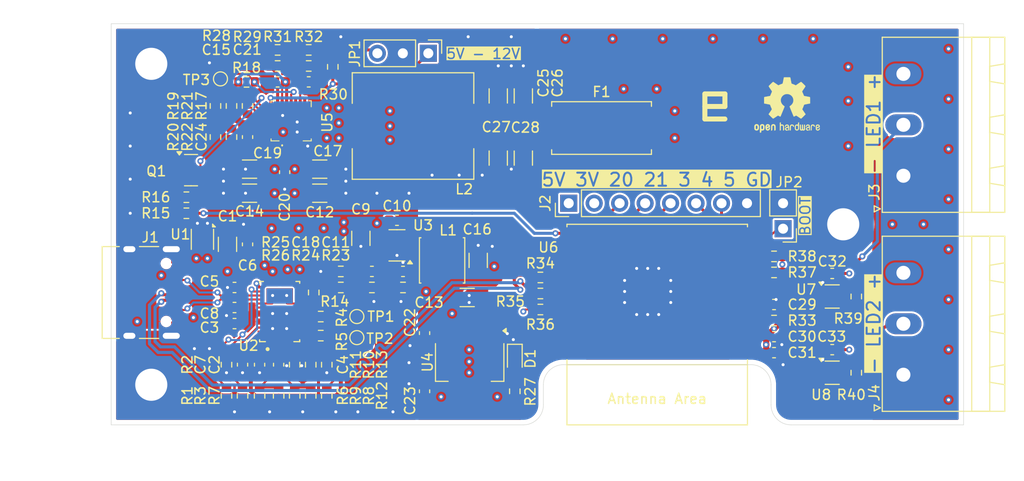
<source format=kicad_pcb>
(kicad_pcb (version 20241229) (generator "pcbnew") (generator_version "9.0")
  (layers (0 "F.Cu" signal) (4 "In1.Cu" power "In1.Cu PWR") (6 "In2.Cu" power "In2.Cu GND") (2 "B.Cu" signal) (13 "F.Paste" user) (15 "B.Paste" user) (5 "F.SilkS" user "F.Silkscreen") (7 "B.SilkS" user "B.Silkscreen") (1 "F.Mask" user) (3 "B.Mask" user) (25 "Edge.Cuts" user))
  (net 0 "")
  (net 1 "GND")
  (net 2 "Net-(C1-Pad1)")
  (net 3 "Net-(U2-LDO_1V5)")
  (net 4 "Net-(J1-CC1)")
  (net 5 "/Power rails/ENABLE")
  (net 6 "Net-(U2-VIN_3V3)")
  (net 7 "Net-(J1-CC2)")
  (net 8 "V_USB")
  (net 9 "/USB-C Power Delivery/LDO_3V3")
  (net 10 "Net-(U3-SW)")
  (net 11 "Net-(U3-BOOT)")
  (net 12 "V_LEDS")
  (net 13 "+5V")
  (net 14 "+3V3")
  (net 15 "Net-(U5-VDD)")
  (net 16 "Net-(JP1-A)")
  (net 17 "/ESP32 LED control/USB_DP")
  (net 18 "/ESP32 LED control/USB_DN")
  (net 19 "Net-(C18-Pad1)")
  (net 20 "Net-(J4-Pin_2)")
  (net 21 "/ESP32 LED control/LED2_DAT")
  (net 22 "/ESP32 LED control/LED1_DAT")
  (net 23 "Net-(U3-FB)")
  (net 24 "Net-(U5-VDRV)")
  (net 25 "Net-(U5-BOOT)")
  (net 26 "Net-(U5-PHASE)")
  (net 27 "Net-(D1-A)")
  (net 30 "/ESP32 LED control/PWR_EN")
  (net 31 "Net-(J3-Pin_2)")
  (net 32 "Net-(R2-Pad1)")
  (net 33 "Net-(R3-Pad1)")
  (net 34 "Net-(U5-PGOOD)")
  (net 35 "/ESP32 LED control/GPIO5")
  (net 36 "Net-(R28-Pad2)")
  (net 37 "Net-(Q1-G)")
  (net 38 "Net-(R1-Pad1)")
  (net 39 "Net-(U2-I2Ct_SCL)")
  (net 40 "Net-(U2-I2Ct_SDA)")
  (net 41 "Net-(U2-ADCIN1)")
  (net 42 "/USB-C Power Delivery/FAULT_IN")
  (net 43 "Net-(U2-ADCIN2)")
  (net 44 "Net-(U2-ADCIN3)")
  (net 45 "Net-(U2-ADCIN4)")
  (net 46 "Net-(U5-MODE2)")
  (net 47 "Net-(U5-MODE1)")
  (net 48 "Net-(R25-Pad2)")
  (net 49 "Net-(U5-FB)")
  (net 50 "Net-(R40-Pad1)")
  (net 51 "Net-(R31-Pad2)")
  (net 52 "Net-(U2-DRAIN_PAD)")
  (net 53 "Net-(R39-Pad1)")
  (net 54 "Net-(L2-Pad1)")
  (net 59 "Net-(JP2-A)")
  (net 60 "Net-(JP1-B)")
  (net 61 "/ESP32 LED control/GPIO20")
  (net 62 "/ESP32 LED control/GPIO21")
  (net 63 "/ESP32 LED control/GPIO4")
  (net 64 "Net-(U5-VOUT)")
  (net 65 "Net-(U6-EN{slash}CHIP_PU)")
  (net 66 "Net-(U6-GPIO18{slash}USB_D-)")
  (net 67 "Net-(U6-GPIO19{slash}USB_D+)")
  (net 68 "Net-(U6-GPIO2{slash}ADC1_CH2)")
  (net 69 "Net-(U6-GPIO8)")
  (net 70 "/ESP32 LED control/GPIO3")
  (footprint "TestPoint:TestPoint_Pad_D1.0mm" (layer "F.Cu") (at 119.5 109.2)
    (property "Reference" "TP1")
    (property "Value" "TESTPOINT")
  )
  (footprint "Resistor_SMD:R_0603_1608Metric" (layer "F.Cu") (at 114.9 117.1 90)
    (property "Reference" "R8")
    (property "Value" "10k")
  )
  (footprint "Capacitor_SMD:C_0603_1608Metric" (layer "F.Cu") (at 108.1 114 -90)
    (property "Reference" "C7")
    (property "Value" "10u")
  )
  (footprint "Capacitor_SMD:C_1206_3216Metric" (layer "F.Cu") (at 106.6 102 90)
    (property "Reference" "C1")
    (property "Value" "4u7")
  )
  (footprint "Connector_PinHeader_2.54mm:PinHeader_1x03_P2.54mm_Vertical" (layer "F.Cu") (at 126.625 82.95 -90)
    (property "Reference" "JP1")
    (property "Value" "LED_VOLT_SEL")
  )
  (footprint "PCM_Espressif:ESP32-C3-WROOM-02" (layer "F.Cu") (at 149.45 107 180)
    (property "Reference" "U6")
    (property "Value" "ESP32-C3-WROOM-02")
  )
  (footprint "Package_TO_SOT_SMD:SOT-23" (layer "F.Cu") (at 102.9625 94.6)
    (property "Reference" "Q1")
    (property "Value" "AO3400A")
  )
  (footprint "Resistor_SMD:R_0603_1608Metric" (layer "F.Cu") (at 106.5 117.1 -90)
    (property "Reference" "R1")
    (property "Value" "10k")
  )
  (footprint "Capacitor_SMD:C_0603_1608Metric" (layer "F.Cu") (at 107.3 106.3 180)
    (property "Reference" "C5")
    (property "Value" "330p")
  )
  (footprint "Inductor_SMD:L_Chilisin_BMRF00101040" (layer "F.Cu") (at 125.1 90.2)
    (property "Reference" "L2")
    (property "Value" "3u3")
  )
  (footprint "Resistor_SMD:R_0603_1608Metric" (layer "F.Cu") (at 161.1 103.2 180)
    (property "Reference" "R38")
    (property "Value" "10k")
  )
  (footprint "Resistor_SMD:R_0603_1608Metric" (layer "F.Cu") (at 113.3 114 -90)
    (property "Reference" "R11")
    (property "Value" "10k")
  )
  (footprint "LED_SMD:LED_0603_1608Metric" (layer "F.Cu") (at 135.25 113.45 -90)
    (property "Reference" "D1")
    (property "Value" "YELLOW")
  )
  (footprint "Package_TO_SOT_SMD:SOT-353_SC-70-5" (layer "F.Cu") (at 166.9 114.8)
    (property "Reference" "U8")
    (property "Value" "74AHCT1G125")
  )
  (footprint "Capacitor_SMD:C_0603_1608Metric" (layer "F.Cu") (at 123.5 99.6)
    (property "Reference" "C10")
    (property "Value" "100n")
  )
  (footprint "Resistor_SMD:R_0603_1608Metric" (layer "F.Cu") (at 102.5 97.3 180)
    (property "Reference" "R16")
    (property "Value" "4k7")
  )
  (footprint "Resistor_SMD:R_0603_1608Metric" (layer "F.Cu") (at 117.9 106.3)
    (property "Reference" "R26")
    (property "Value" "270R")
  )
  (footprint "Capacitor_SMD:C_1206_3216Metric" (layer "F.Cu") (at 136.1 93.4 -90)
    (property "Reference" "C28")
    (property "Value" "22u")
  )
  (footprint "Resistor_SMD:R_0603_1608Metric" (layer "F.Cu") (at 106.5 114 -90)
    (property "Reference" "R2")
    (property "Value" "10k")
  )
  (footprint "Resistor_SMD:R_0603_1608Metric" (layer "F.Cu") (at 117.1 84.3 -90)
    (property "Reference" "R30")
    (property "Value" "47k")
  )
  (footprint "Capacitor_SMD:C_0603_1608Metric" (layer "F.Cu") (at 111.7 114 -90)
    (property "Reference" "C4")
    (property "Value" "10u")
  )
  (footprint "Connector_PinHeader_2.54mm:PinHeader_1x08_P2.54mm_Vertical" (layer "F.Cu") (at 140.625 97.9 90)
    (property "Reference" "J2")
    (property "Value" "EXT")
  )
  (footprint "Capacitor_SMD:C_0603_1608Metric" (layer "F.Cu") (at 108.6 102 90)
    (property "Reference" "C6")
    (property "Value" "100n")
  )
  (footprint "Capacitor_SMD:C_0603_1608Metric" (layer "F.Cu") (at 126.25 116.65 90)
    (property "Reference" "C23")
    (property "Value" "10u")
  )
  (footprint "Package_TO_SOT_SMD:SOT-353_SC-70-5" (layer "F.Cu") (at 166.9 107.2)
    (property "Reference" "U7")
    (property "Value" "74AHCT1G125")
  )
  (footprint "TestPoint:TestPoint_Pad_D1.0mm" (layer "F.Cu") (at 119.5 111.3)
    (property "Reference" "TP2")
    (property "Value" "TESTPOINT")
  )
  (footprint "Capacitor_SMD:C_0603_1608Metric" (layer "F.Cu") (at 114.7 85.8 180)
    (property "Reference" "C21")
    (property "Value" "1u")
  )
  (footprint "Capacitor_SMD:C_1206_3216Metric" (layer "F.Cu") (at 133.6 93.4 -90)
    (property "Reference" "C27")
    (property "Value" "22u")
  )
  (footprint "Capacitor_SMD:C_0603_1608Metric" (layer "F.Cu") (at 109.8 114 -90)
    (property "Reference" "C2")
    (property "Value" "10u")
  )
  (footprint "Resistor_SMD:R_0603_1608Metric" (layer "F.Cu") (at 105.4 91.3 90)
    (property "Reference" "R20")
    (property "Value" "DNP")
  )
  (footprint "Resistor_SMD:R_0603_1608Metric" (layer "F.Cu") (at 137.8 106.9 180)
    (property "Reference" "R35")
    (property "Value" "0R")
  )
  (footprint "Capacitor_SMD:C_0603_1608Metric" (layer "F.Cu") (at 166.9 112.5 180)
    (property "Reference" "C33")
    (property "Value" "100n")
  )
  (footprint "Resistor_SMD:R_0603_1608Metric" (layer "F.Cu") (at 137.8 105.3 180)
    (property "Reference" "R34")
    (property "Value" "0R")
  )
  (footprint "Resistor_SMD:R_0603_1608Metric" (layer "F.Cu") (at 114.7 84.212)
    (property "Reference" "R29")
    (property "Value" "75R")
  )
  (footprint "Resistor_SMD:R_0603_1608Metric" (layer "F.Cu") (at 161.1 104.8 180)
    (property "Reference" "R37")
    (property "Value" "10k")
  )
  (footprint "Resistor_SMD:R_0603_1608Metric" (layer "F.Cu") (at 124.1 106.3 180)
    (property "Reference" "R23")
    (property "Value" "49R9")
  )
  (footprint "Capacitor_SMD:C_1206_3216Metric" (layer "F.Cu") (at 108.8 94.5 180)
    (property "Reference" "C19")
    (property "Value" "10u")
  )
  (footprint "Capacitor_SMD:C_0603_1608Metric" (layer "F.Cu") (at 161.1 112.8)
    (property "Reference" "C31")
    (property "Value" "10u")
  )
  (footprint "Package_TO_SOT_SMD:SOT-23-6" (layer "F.Cu") (at 123.5 102.1 180)
    (property "Reference" "U3")
    (property "Value" "TPS54202DDC")
  )
  (footprint "Resistor_SMD:R_0603_1608Metric" (layer "F.Cu") (at 105.4 88.2 90)
    (property "Reference" "R19")
    (property "Value" "200k")
  )
  (footprint "Connector_Phoenix_MSTB:PhoenixContact_MSTBA_2,5_3-G-5,08_1x03_P5.08mm_Horizontal" (layer "F.Cu") (at 174 95.16 90)
    (property "Reference" "J3")
    (property "Value" "LED1")
  )
  (footprint "Resistor_SMD:R_0603_1608Metric" (layer "F.Cu") (at 111.6 84.212)
    (property "Reference" "R28")
    (property "Value" "2k4")
  )
  (footprint "MountingHole:MountingHole_3.2mm_M3_DIN965_Pad" (layer "F.Cu") (at 168 100)
    (property "Reference" "H3" (hide yes))
    (property "Value" "MountingHole")
  )
  (footprint "wled-footprints:IC_TPS25750DRJKR" (layer "F.Cu") (at 111.8 108.7 90)
    (property "Reference" "U2")
    (property "Value" "TPS25730D")
  )
  (footprint "Fuse:Fuseholder_Littelfuse_Nano2_154x" (layer "F.Cu") (at 143.9 90.4)
    (property "Reference" "F1")
    (property "Value" "8A")
  )
  (footprint "Symbol:OSHW-Logo2_7.3x6mm_SilkScreen" (layer "F.Cu") (at 162.4 88.1)
    (property "Reference" "REF**" (hide yes))
    (property "Value" "OSHW-Logo2_7.3x6mm_SilkScreen" (hide yes))
  )
  (footprint "Connector_Phoenix_MSTB:PhoenixContact_MSTBA_2,5_3-G-5,08_1x03_P5.08mm_Horizontal" (layer "F.Cu") (at 174 115 90)
    (property "Reference" "J4")
    (property "Value" "LED2")
  )
  (footprint "Resistor_SMD:R_0603_1608Metric" (layer "F.Cu") (at 116.5 114 -90)
    (property "Reference" "R13")
    (property "Value" "DNP")
  )
  (footprint "Resistor_SMD:R_0603_1608Metric" (layer "F.Cu") (at 114.9 114 90)
    (property "Reference" "R10")
    (property "Value" "DNP")
  )
  (footprint "TestPoint:TestPoint_Pad_D1.0mm" (layer "F.Cu") (at 105.9 85.5)
    (property "Reference" "TP3")
    (property "Value" "TESTPOINT")
  )
  (footprint "Capacitor_SMD:C_0603_1608Metric" (layer "F.Cu") (at 166.9 104.9 180)
    (property "Reference" "C32")
    (property "Value" "100n")
  )
  (footprint "Capacitor_SMD:C_1206_3216Metric" (layer "F.Cu") (at 136.1 87.2 90)
    (property "Reference" "C26")
    (property "Value" "22u")
  )
  (footprint "Resistor_SMD:R_0603_1608Metric" (layer "F.Cu") (at 108.6 88.2 -90)
    (property "Reference" "R17")
    (property "Value" "100k")
  )
  (footprint "Inductor_SMD:L_Changjiang_FNR4020S" (layer "F.Cu") (at 128 103.6 -90)
    (property "Reference" "L1")
    (property "Value" "15uH")
  )
  (footprint "Resistor_SMD:R_0603_1608Metric" (layer "F.Cu") (at 113.3 117.1 -90)
    (property "Reference" "R9")
    (property "Value" "DNP")
  )
  (footprint "Capacitor_SMD:C_0603_1608Metric" (layer "F.Cu") (at 108.6 91.3 90)
    (property "Reference" "C24")
    (property "Value" "100n")
  )
  (footprint "Capacitor_SMD:C_1206_3216Metric" (layer "F.Cu") (at 115.8 96.9)
    (property "Reference" "C12")
    (property "Value" "10u")
  )
  (footprint "Resistor_SMD:R_0603_1608Metric" (layer "F.Cu") (at 108.5 85.8)
    (property "Reference" "R18")
    (property "Value" "10k")
  )
  (footprint "Resistor_SMD:R_0603_1608Metric" (layer "F.Cu") (at 121 106.3)
    (property "Reference" "R24")
    (property "Value" "100k")
  )
  (footprint "Resistor_SMD:R_0603_1608Metric" (layer "F.Cu") (at 169.3 114.8 90)
    (property "Reference" "R40")
    (property "Value" "33R")
  )
  (footprint "Resistor_SMD:R_0603_1608Metric" (layer "F.Cu") (at 109.8 117.1 -90)
    (property "Reference" "R7")
    (property "Value" "10k")
  )
  (footprint "Capacitor_SMD:C_1206_3216Metric" (layer "F.Cu") (at 108.8 96.9 180)
    (property "Reference" "C14")
    (property "Value" "10u")
  )
  (footprint "Resistor_SMD:R_0603_1608Metric" (layer "F.Cu") (at 111.6 82.612)
    (property "Reference" "R31")
    (property "Value" "6k2")
  )
  (footprint "Capacitor_SMD:C_0603_1608Metric" (layer "F.Cu") (at 161.1 108)
    (property "Reference" "C29")
    (property "Value" "100n")
  )
  (footprint "Resistor_SMD:R_0603_1608Metric" (layer "F.Cu") (at 111.7 117.1 90)
    (property "Reference" "R6")
    (property "Value" "DNP")
  )
  (footprint "Capacitor_SMD:C_0603_1608Metric" (layer "F.Cu") (at 124.1 104.7 180)
    (property "Reference" "C11")
    (property "Value" "100n")
  )
  (footprint "Package_SON:WSON-6-1EP_2x2mm_P0.65mm_EP1x1.6mm" (layer "F.Cu") (at 104.1 101.5 -90)
    (property "Reference" "U1")
    (property "Value" "TVS2200DRV")
  )
  (footprint "MountingHole:MountingHole_3.2mm_M3_DIN965_Pad" (layer "F.Cu") (at 99 116)
    (property "Reference" "H2" (hide yes))
    (property "Value" "MountingHole")
  )
  (footprint "Resistor_SMD:R_0603_1608Metric" (layer "F.Cu") (at 117.9 104.7 180)
    (property "Reference" "R25")
    (property "Value" "13k")
  )
  (footprint "Resistor_SMD:R_0603_1608Metric" (layer "F.Cu") (at 107 91.3 90)
    (property "Reference" "R22")
    (property "Value" "DNP")
  )
  (footprint "Package_TO_SOT_SMD:SOT-223-3_TabPin2" (layer "F.Cu") (at 130.75 113.75 -90)
    (property "Reference" "U4")
    (property "Value" "AMS1117-3.3")
  )
  (footprint "Capacitor_SMD:C_1206_3216Metric" (layer "F.Cu") (at 133.6 87.2 90)
    (property "Reference" "C25")
    (property "Value" "22u")
  )
  (footprint "Resistor_SMD:R_0603_1608Metric" (layer "F.Cu") (at 135.25 116.65 90)
    (property "Reference" "R27")
    (property "Value" "270R")
  )
  (footprint "Resistor_SMD:R_0603_1608Metric" (layer "F.Cu") (at 102.5 98.9)
    (property "Reference" "R15")
    (property "Value" "100k")
  )
  (footprint "Resistor_SMD:R_0603_1608Metric" (layer "F.Cu") (at 115.9 111.1)
    (property "Reference" "R5")
    (property "Value" "4k7")
  )
  (footprint "Resistor_SMD:R_0603_1608Metric" (layer "F.Cu") (at 108.1 117.1 -90)
    (property "Reference" "R3")
    (property "Value" "10k")
  )
  (footprint "Resistor_SMD:R_0603_1608Metric" (layer "F.Cu") (at 137.8 108.5)
    (property "Reference" "R36")
    (property "Value" "10k")
  )
  (footprint "Capacitor_SMD:C_0603_1608Metric" (layer "F.Cu") (at 107.3 109.9 180)
    (property "Reference" "C3")
    (property "Value" "100n")
  )
  (footprint "Connector_USB:USB_C_Receptacle_XKB_U262-16XN-4BVC11" (layer "F.Cu") (at 97.89 106.8 -90)
    (property "Reference" "J1")
    (property "Value" "USB")
  )
  (footprint "Connector_PinHeader_2.54mm:PinHeader_1x02_P2.54mm_Vertical" (layer "F.Cu") (at 162 100.44 180)
    (property "Reference" "JP2")
    (property "Value" "BOOT")
  )
  (footprint "Capacitor_SMD:C_1206_3216Metric" (layer "F.Cu") (at 115.8 94.5)
    (property "Reference" "C17")
    (property "Value" "10u")
  )
  (footprint "Capacitor_SMD:C_0603_1608Metric" (layer "F.Cu") (at 126.25 110.85 -90)
    (property "Reference" "C22")
    (property "Value" "10u")
  )
  (footprint "Capacitor_SMD:C_0603_1608Metric" (layer "F.Cu") (at 111.6 85.8)
    (property "Reference" "C15")
    (property "Value" "1u")
  )
  (footprint "Resistor_SMD:R_0603_1608Metric" (layer "F.Cu") (at 107 88.2 90)
    (property "Reference" "R21")
    (property "Value" "200k")
  )
  (footprint "Capacitor_SMD:C_1206_3216Metric" (layer "F.Cu") (at 131.6 103.6 90)
    (property "Reference" "C16")
    (property "Value" "22u")
  )
  (footprint "Capacitor_SMD:C_0603_1608Metric" (layer "F.Cu") (at 121 104.7 180)
    (property "Reference" "C18")
    (property "Value" "100p")
  )
  (footprint "Resistor_SMD:R_0603_1608Metric" (layer "F.Cu") (at 116.5 117.1 90)
    (property "Reference" "R12")
    (property "Value" "10k")
  )
  (footprint "Resistor_SMD:R_0603_1608Metric" (layer "F.Cu") (at 115.2 106.8 90)
    (property "Reference" "R14")
    (property "Value" "10k")
  )
  (footprint "MountingHole:MountingHole_3.2mm_M3_DIN965_Pad" (layer "F.Cu") (at 99 84)
    (property "Reference" "H1" (hide yes))
    (property "Value" "MountingHole")
  )
  (footprint "wled-footprints:SIC437BEDT1GE3" (layer "F.Cu") (at 112.944 89.681 90)
    (property "Reference" "U5")
    (property "Value" "SiC437")
  )
  (footprint "Capacitor_SMD:C_1206_3216Metric" (layer "F.Cu") (at 130.5 107.3)
    (property "Reference" "C13")
    (property "Value" "22u")
  )
  (footprint "Capacitor_SMD:C_1206_3216Metric" (layer "F.Cu") (at 119.9 101.4 -90)
    (property "Reference" "C9")
    (property "Value" "10u")
  )
  (footprint "Resistor_SMD:R_0603_1608Metric" (layer "F.Cu") (at 161.1 109.6 180)
    (property "Reference" "R33")
    (property "Value" "10k")
  )
  (footprint "Resistor_SMD:R_0603_1608Metric" (layer "F.Cu") (at 114.7 82.612)
    (property "Reference" "R32")
    (property "Value" "200R")
  )
  (footprint "Resistor_SMD:R_0603_1608Metric" (layer "F.Cu") (at 169.3 107.2 90)
    (property "Reference" "R39")
    (property "Value" "33R")
  )
  (footprint "Capacitor_SMD:C_0603_1608Metric" (layer "F.Cu") (at 107.3 108.3 180)
    (property "Reference" "C8")
    (property "Value" "330p")
  )
  (footprint "Resistor_SMD:R_0603_1608Metric" (layer "F.Cu") (at 115.9 109.2)
    (property "Reference" "R4")
    (property "Value" "4k7")
  )
  (footprint "Capacitor_SMD:C_0603_1608Metric" (layer "F.Cu") (at 112.3 94.8 -90)
    (property "Reference" "C20")
    (property "Value" "100n")
  )
  (footprint "Capacitor_SMD:C_0603_1608Metric" (layer "F.Cu") (at 161.1 111.2)
    (property "Reference" "C30")
    (property "Value" "100n")
  )
  (gr_line (start 156.2 88.25) (end 156.2 87) (stroke (width 0.5)) (layer "F.SilkS"))
  (gr_line (start 154.2 88.25) (end 156.2 88.25) (stroke (width 0.5)) (layer "F.SilkS"))
  (gr_line (start 156.2 87) (end 154.2 87) (stroke (width 0.5)) (layer "F.SilkS"))
  (gr_line (start 154.2 87) (end 154.2 89.5) (stroke (width 0.5)) (layer "F.SilkS"))
  (gr_line (start 154.2 89.5) (end 156.2 89.5) (stroke (width 0.5)) (layer "F.SilkS"))
  (gr_line (start 158.8 114) (end 140.1 114) (stroke (width 0.05)) (layer "Edge.Cuts"))
  (gr_line (start 180 120) (end 162.8 120) (stroke (width 0.05)) (layer "Edge.Cuts"))
  (gr_arc (start 138.1 116) (mid 138.685786 114.585786) (end 140.1 114) (stroke (width 0.05)) (layer "Edge.Cuts"))
  (gr_line (start 95 120) (end 95 80) (stroke (width 0.05)) (layer "Edge.Cuts"))
  (gr_arc (start 158.8 114) (mid 160.214214 114.585786) (end 160.8 116) (stroke (width 0.05)) (layer "Edge.Cuts"))
  (gr_line (start 160.8 118) (end 160.8 116) (stroke (width 0.05)) (layer "Edge.Cuts"))
  (gr_line (start 138.1 118) (end 138.1 116) (stroke (width 0.05)) (layer "Edge.Cuts"))
  (gr_line (start 95 120) (end 136.1 120) (stroke (width 0.05)) (layer "Edge.Cuts"))
  (gr_line (start 180 80) (end 180 120) (stroke (width 0.05)) (layer "Edge.Cuts"))
  (gr_arc (start 138.1 118) (mid 137.514214 119.414214) (end 136.1 120) (stroke (width 0.05)) (layer "Edge.Cuts"))
  (gr_arc (start 162.8 120) (mid 161.385786 119.414214) (end 160.8 118) (stroke (width 0.05)) (layer "Edge.Cuts"))
  (gr_line (start 95 80) (end 180 80) (stroke (width 0.05)) (layer "Edge.Cuts"))
  (gr_text "BOOT" (at 164.8 99.2 90) (layer "F.SilkS" knockout) (effects (font (size 1 1)) (justify bottom)))
  (gr_text "5V - 12V" (at 132.1 83 0) (layer "F.SilkS" knockout) (effects (font (size 1 1))))
  (gr_text "5V 3V 20 21 3 4 5 GD" (at 149.4 94.8 0) (layer "F.SilkS" knockout) (effects (font (size 1.3 1.3) (thickness 0.2) (bold yes)) (justify top)))
  (gr_text "- LED1 +" (at 171.8 90 90) (layer "F.SilkS" knockout) (effects (font (size 1.3 1.3) (thickness 0.2) (bold yes)) (justify bottom)))
  (gr_text "- LED2 +" (at 171.8 109.9 90) (layer "F.SilkS" knockout) (effects (font (size 1.3 1.3) (thickness 0.2) (bold yes)) (justify bottom)))
  (segment (start 165.95 115.45) (end 166.274999 115.45) (width 0.3) (layer "F.Cu") (net 1))
  (segment (start 161.8 108) (end 161.3 107.5) (width 0.2) (layer "F.Cu") (net 1))
  (segment (start 126.25 115.875) (end 124.725 115.875) (width 0.3) (layer "F.Cu") (net 1))
  (segment (start 158.2 98.105) (end 158.405 97.9) (width 0.6) (layer "F.Cu") (net 1))
  (segment (start 131.6 102.1) (end 132.9 102.1) (width 0.6) (layer "F.Cu") (net 1))
  (segment (start 161.875 108) (end 161.8 108) (width 0.2) (layer "F.Cu") (net 1))
  (segment (start 166.193456 106.55) (end 165.95 106.55) (width 0.3) (layer "F.Cu") (net 1))
  (segment (start 165.95 105.075) (end 166.125 104.9) (width 0.3) (layer "F.Cu") (net 1))
  (segment (start 112.565 108.9) (end 112.5 108.9) (width 0.2) (layer "F.Cu") (net 1))
  (segment (start 166.575 106.931544) (end 166.193456 106.55) (width 0.3) (layer "F.Cu") (net 1))
  (segment (start 113.7 108.3) (end 113.165 108.3) (width 0.2) (layer "F.Cu") (net 1))
  (segment (start 122.725 99.6) (end 122.5 99.6) (width 0.3) (layer "F.Cu") (net 1))
  (segment (start 111.7 114.775) (end 113.25 114.775) (width 0.3) (layer "F.Cu") (net 1))
  (segment (start 113.7 107.1) (end 113.7 107.5) (width 0.2) (layer "F.Cu") (net 1))
  (segment (start 158.2 100.9) (end 158.2 98.105) (width 0.6) (layer "F.Cu") (net 1))
  (segment (start 113.7 107.5) (end 114.1 107.5) (width 0.2) (layer "F.Cu") (net 1))
  (segment (start 112.3 95.575) (end 112.3 96.5) (width 0.3) (layer "F.Cu") (net 1))
  (segment (start 106.525 109.075) (end 106.5 109.1) (width 0.4) (layer "F.Cu") (net 1))
  (segment (start 114.3 108.031232) (end 114.031232 108.3) (width 0.2) (layer "F.Cu") (net 1))
  (segment (start 126.25 111.625) (end 125.275 111.625) (width 0.3) (layer "F.Cu") (net 1))
  (segment (start 111.1 108.9) (end 111.1 108.965) (width 0.2) (layer "F.Cu") (net 1))
  (segment (start 109.9 108.3) (end 110.435 108.3) (width 0.2) (layer "F.Cu") (net 1))
  (segment (start 165.95 107.85) (end 166.274999 107.85) (width 0.3) (layer "F.Cu") (net 1))
  (segment (start 125.275 111.625) (end 124.8 112.1) (width 0.3) (layer "F.Cu") (net 1))
  (segment (start 123.5 100.375) (end 123.5 102.5) (width 0.3) (layer "F.Cu") (net 1))
  (segment (start 124.725 115.875) (end 124.7 115.9) (width 0.3) (layer "F.Cu") (net 1))
  (segment (start 112.5 108.9) (end 112.5 108.965) (width 0.2) (layer "F.Cu") (net 1))
  (segment (start 113.165 108.3) (end 112.565 108.9) (width 0.2) (layer "F.Cu") (net 1))
  (segment (start 96.815 102.48) (end 100.995 102.48) (width 1) (layer "F.Cu") (net 1))
  (segment (start 133.05 110.6) (end 134.2 110.6) (width 0.6) (layer "F.Cu") (net 1))
  (segment (start 166.35 114.15) (end 165.95 114.15) (width 0.3) (layer "F.Cu") (net 1))
  (segment (start 114.031232 108.3) (end 113.7 108.3) (width 0.2) (layer "F.Cu") (net 1))
  (segment (start 166.575 114.375) (end 166.35 114.15) (width 0.3) (layer "F.Cu") (net 1))
  (segment (start 166.575 115.149999) (end 166.575 114.375) (width 0.3) (layer "F.Cu") (net 1))
  (segment (start 165.95 112.675) (end 166.125 112.5) (width 0.3) (layer "F.Cu") (net 1))
  (segment (start 96.815 111.12) (end 100.995 111.12) (width 1) (layer "F.Cu") (net 1))
  (segment (start 114.3 107.7) (end 114.3 108.031232) (width 0.2) (layer "F.Cu") (net 1))
  (segment (start 161.875 111.2) (end 161.875 112.8) (width 0.6) (layer "F.Cu") (net 1))
  (segment (start 166.575 107.549999) (end 166.575 106.931544) (width 0.3) (layer "F.Cu") (net 1))
  (segment (start 110.435 108.3) (end 111.035 108.9) (width 0.2) (layer "F.Cu") (net 1))
  (segment (start 112.5 108.965) (end 111.8 109.665) (width 0.2) (layer "F.Cu") (net 1))
  (segment (start 166.274999 107.85) (end 166.575 107.549999) (width 0.3) (layer "F.Cu") (net 1))
  (segment (start 161.875 113.875) (end 162 114) (width 0.6) (layer "F.Cu") (net 1))
  (segment (start 132.9 102.1) (end 133 102.2) (width 0.6) (layer "F.Cu") (net 1))
  (segment (start 111.1 108.965) (end 111.8 109.665) (width 0.2) (layer "F.Cu") (net 1))
  (segment (start 161.875 112.8) (end 161.875 113.875) (width 0.6) (layer "F.Cu") (net 1))
  (segment (start 131.775 107.1) (end 131.975 107.3) (width 0.6) (layer "F.Cu") (net 1))
  (segment (start 165.95 114.15) (end 165.95 112.675) (width 0.3) (layer "F.Cu") (net 1))
  (segment (start 112.05 89.075) (end 112.125 89.15) (width 0.3) (layer "F.Cu") (net 1))
  (segment (start 106.525 109.125) (end 106.525 109.9) (width 0.4) (layer "F.Cu") (net 1))
  (segment (start 122.725 99.6) (end 123.5 100.375) (width 0.3) (layer "F.Cu") (net 1))
  (segment (start 134.5 110.9) (end 135.1 111.5) (width 0.6) (layer "F.Cu") (net 1))
  (segment (start 112.05 87.7) (end 112.05 89.075) (width 0.3) (layer "F.Cu") (net 1))
  (segment (start 135.1 111.5) (end 135.25 111.65) (width 0.6) (layer "F.Cu") (net 1))
  (segment (start 166.274999 115.45) (end 166.575 115.149999) (width 0.3) (layer "F.Cu") (net 1))
  (segment (start 111.035 108.9) (end 111.1 108.9) (width 0.2) (layer "F.Cu") (net 1))
  (segment (start 135.25 111.65) (end 135.25 112.6625) (width 0.6) (layer "F.Cu") (net 1))
  (segment (start 106.5 109.1) (end 106.525 109.125) (width 0.4) (layer "F.Cu") (net 1))
  (segment (start 106.525 108.3) (end 106.525 109.075) (width 0.4) (layer "F.Cu") (net 1))
  (segment (start 114.1 107.5) (end 114.3 107.7) (width 0.2) (layer "F.Cu") (net 1))
  (segment (start 165.95 106.55) (end 165.95 105.075) (width 0.3) (layer "F.Cu") (net 1))
  (segment (start 113.25 114.775) (end 113.3 114.825) (width 0.3) (layer "F.Cu") (net 1))
  (segment (start 134.2 110.6) (end 134.5 110.9) (width 0.6) (layer "F.Cu") (net 1))
  (via (at 104.8 83.9) (size 0.6) (drill 0.3) (layers "F.Cu" "B.Cu") (net 1))
  (via (at 131.6 102.1) (size 0.6) (drill 0.3) (layers "F.Cu" "B.Cu") (net 1))
  (via (at 106.2 95.7) (size 0.6) (drill 0.3) (layers "F.Cu" "B.Cu") (net 1))
  (via (at 104.6 99.9) (size 0.6) (drill 0.3) (layers "F.Cu" "B.Cu") (net 1))
  (via (at 121.5 96.9) (size 0.6) (drill 0.3) (layers "F.Cu" "B.Cu") (net 1))
  (via (at 96.9 98.9) (size 0.6) (drill 0.3) (layers "F.Cu" "B.Cu") (net 1))
  (via (at 133 102.2) (size 0.6) (drill 0.3) (layers "F.Cu" "B.Cu") (net 1))
  (via (at 112.5 110.4) (size 0.6) (drill 0.3) (layers "F.Cu" "B.Cu") (net 1))
  (via (at 124.7 96.9) (size 0.6) (drill 0.3) (layers "F.Cu" "B.Cu") (net 1))
  (via (at 104.8 112.4) (size 0.6) (drill 0.3) (layers "F.Cu" "B.Cu") (net 1))
  (via (at 134.9 81.3) (size 0.6) (drill 0.3) (layers "F.Cu" "B.Cu") (net 1))
  (via (at 115.9 104.7) (size 0.6) (drill 0.3) (layers "F.Cu" "B.Cu") (net 1))
  (via (at 96.9 88.9) (size 0.6) (drill 0.3) (layers "F.Cu" "B.Cu") (net 1))
  (via (at 112.3 96.5) (size 0.6) (drill 0.3) (layers "F.Cu" "B.Cu") (net 1))
  (via (at 161.875 112) (size 0.6) (drill 0.3) (layers "F.Cu" "B.Cu") (net 1))
  (via (at 165.95 113.5) (size 0.6) (drill 0.3) (layers "F.Cu" "B.Cu") (net 1))
  (via (at 124.8 112.1) (size 0.6) (drill 0.3) (layers "F.Cu" "B.Cu") (net 1))
  (via (at 161.3 107.5) (size 0.6) (drill 0.3) (layers "F.Cu" "B.Cu") (net 1))
  (via (at 96.9 95.5) (size 0.6) (drill 0.3) (layers "F.Cu" "B.Cu") (net 1))
  (via (at 134.9 84.2) (size 0.6) (drill 0.3) (layers "F.Cu" "B.Cu") (net 1))
  (via (at 123.5 103.1) (size 0.6) (drill 0.3) (layers "F.Cu" "B.Cu") (net 1))
  (via (at 121.2 107.7) (size 0.6) (drill 0.3) (layers "F.Cu" "B.Cu") (net 1))
  (via (at 106.6 106.3) (size 0.6) (drill 0.3) (layers "F.Cu" "B.Cu") (net 1))
  (via (at 150.8 106.7) (size 0.6) (drill 0.3) (layers "F.Cu" "B.Cu") (net 1))
  (via (at 130.7 107.8) (size 0.6) (drill 0.3) (layers "F.Cu" "B.Cu") (net 1))
  (via (at 112.5 108.9) (size 0.6) (drill 0.3) (layers "F.Cu" "B.Cu") (net 1))
  (via (at 165.95 105.8) (size 0.6) (drill 0.3) (layers "F.Cu" "B.Cu") (net 1))
  (via (at 119.9 102.2) (size 0.6) (drill 0.3) (layers "F.Cu" "B.Cu") (net 1))
  (via (at 146.2 107.8) (size 0.6) (drill 0.3) (layers "F.Cu" "B.Cu") (net 1))
  (via (at 147.4 104.4) (size 0.6) (drill 0.3) (layers "F.Cu" "B.Cu") (net 1))
  (via (at 146.2 106.7) (size 0.6) (drill 0.3) (layers "F.Cu" "B.Cu") (net 1))
  (via (at 123.1 118.7) (size 0.6) (drill 0.3) (layers "F.Cu" "B.Cu") (net 1))
  (via (at 148.5 109) (size 0.6) (drill 0.3) (layers "F.Cu" "B.Cu") (net 1))
  (via (at 118.4 94.5) (size 0.6) (drill 0.3) (layers "F.Cu" "B.Cu") (net 1))
  (via (at 108.2 100) (size 0.6) (drill 0.3) (layers "F.Cu" "B.Cu") (net 1))
  (via (at 103.3 112.4) (size 0.6) (drill 0.3) (layers "F.Cu" "B.Cu") (net 1))
  (via (at 118.4 96.9) (size 0.6) (drill 0.3) (layers "F.Cu" "B.Cu") (net 1))
  (via (at 103.6 99.9) (size 0.6) (drill 0.3) (layers "F.Cu" "B.Cu") (net 1))
  (via (at 108.4 94.5) (size 0.6) (drill 0.3) (layers "F.Cu" "B.Cu") (net 1))
  (via (at 114 114.1) (size 0.6) (drill 0.3) (layers "F.Cu" "B.Cu") (net 1))
  (via (at 147.4 109) (size 0.6) (drill 0.3) (layers "F.Cu" "B.Cu") (net 1))
  (via (at 127 95.1) (size 0.6) (drill 0.3) (layers "F.Cu" "B.Cu") (net 1))
  (via (at 124.7 115.9) (size 0.6) (drill 0.3) (layers "F.Cu" "B.Cu") (net 1))
  (via (at 119.6 118.7) (size 0.6) (drill 0.3) (layers "F.Cu" "B.Cu") (net 1))
  (via (at 107.3 118.7) (size 0.6) (drill 0.3) (layers "F.Cu" "B.Cu") (net 1))
  (via (at 124.7 113.8) (size 0.6) (drill 0.3) (layers "F.Cu" "B.Cu") (net 1))
  (via (at 109.8 114.8) (size 0.6) (drill 0.3) (layers "F.Cu" "B.Cu") (net 1))
  (via (at 134.9 94.5) (size 0.6) (drill 0.3) (layers "F.Cu" "B.Cu") (net 1))
  (via (at 130.7 107.1) (size 0.6) (drill 0.3) (layers "F.Cu" "B.Cu") (net 1))
  (via (at 110.8 118.7) (size 0.6) (drill 0.3) (layers "F.Cu" "B.Cu") (net 1))
  (via (at 162 114) (size 0.6) (drill 0.3) (layers "F.Cu" "B.Cu") (net 1))
  (via (at 111.1 108.9) (size 0.6) (drill 0.3) (layers "F.Cu" "B.Cu") (net 1))
  (via (at 111.1 110.4) (size 0.6) (drill 0.3) (layers "F.Cu" "B.Cu") (net 1))
  (via (at 106.5 109.1) (size 0.6) (drill 0.3) (layers "F.Cu" "B.Cu") (net 1))
  (via (at 108.4 96.9) (size 0.6) (drill 0.3) (layers "F.Cu" "B.Cu") (net 1))
  (via (at 117.9 81.3) (size 0.6) (drill 0.3) (layers "F.Cu" "B.Cu") (net 1))
  (via (at 108.1 114.8) (size 0.6) (drill 0.3) (layers "F.Cu" "B.Cu") (net 1))
  (via (at 112.1 89.15) (size 0.6) (drill 0.3) (layers "F.Cu" "B.Cu") (net 1))
  (via (at 130.6 81.3) (size 0.6) (drill 0.3) (layers "F.Cu" "B.Cu") (net 1))
  (via (at 146.2 105.6) (size 0.6) (drill 0.3) (layers "F.Cu" "B.Cu") (net 1))
  (via (at 112.5 114.1) (size 0.6) (drill 0.3) (layers "F.Cu" "B.Cu") (net 1))
  (via (at 150.8 105.6) (size 0.6) (drill 0.3) (layers "F.Cu" "B.Cu") (net 1))
  (via (at 150.8 107.8) (size 0.6) (drill 0.3) (layers "F.Cu" "B.Cu") (net 1))
  (via (at 136.1 84.2) (size 0.6) (drill 0.3) (layers "F.Cu" "B.Cu") (net 1))
  (via (at 133.6 84.2) (size 0.6) (drill 0.3) (layers "F.Cu" "B.Cu") (net 1))
  (via (at 123.9 107.7) (size 0.6) (drill 0.3) (layers "F.Cu" "B.Cu") (net 1))
  (via (at 134.5 110.9) (size 0.6) (drill 0.3) (layers "F.Cu" "B.Cu") (net 1))
  (via (at 148.5 104.4) (size 0.6) (drill 0.3) (layers "F.Cu" "B.Cu") (net 1))
  (via (at 96.9 92.2) (size 0.6) (drill 0.3) (layers "F.Cu" "B.Cu") (net 1))
  (via (at 124.1 103.8) (size 0.6) (drill 0.3) (layers "F.Cu" "B.Cu") (net 1))
  (via (at 129.7 95.1) (size 0.6) (drill 0.3) (layers "F.Cu" "B.Cu") (net 1))
  (via (at 132 95.1) (size 0.6) (drill 0.3) (layers "F.Cu" "B.Cu") (net 1))
  (via (at 114.1 118.7) (size 0.6) (drill 0.3) (layers "F.Cu" "B.Cu") (net 1))
  (via (at 106.2 96.9) (size 0.6) (drill 0.3) (layers "F.Cu" "B.Cu") (net 1))
  (via (at 114.6 92.2) (size 0.6) (drill 0.3) (layers "F.Cu" "B.Cu") (net 1))
  (via (at 113.55 89.8) (size 0.6) (drill 0.3) (layers "F.Cu" "B.Cu") (net 1))
  (via (at 118.4 95.7) (size 0.6) (drill 0.3) (layers "F.Cu" "B.Cu") (net 1))
  (via (at 135.1 111.5) (size 0.6) (drill 0.3) (layers "F.Cu" "B.Cu") (net 1))
  (via (at 149.6 109) (size 0.6) (drill 0.3) (layers "F.Cu" "B.Cu") (net 1))
  (via (at 116.5 114.8) (size 0.6) (drill 0.3) (layers "F.Cu" "B.Cu") (net 1))
  (via (at 106.2 94.5) (size 0.6) (drill 0.3) (layers "F.Cu" "B.Cu") (net 1))
  (via (at 113.55 90.8) (size 0.6) (drill 0.3) (layers "F.Cu" "B.Cu") (net 1))
  (via (at 149.6 104.4) (size 0.6) (drill 0.3) (layers "F.Cu" "B.Cu") (net 1))
  (via (at 106.5 114.8) (size 0.6) (drill 0.3) (layers "F.Cu" "B.Cu") (net 1))
  (via (at 117.4 118.7) (size 0.6) (drill 0.3) (layers "F.Cu" "B.Cu") (net 1))
  (via (at 104.6 103.4) (size 0.6) (drill 0.3) (layers "F.Cu" "B.Cu") (net 2))
  (via (at 111.1 104.7) (size 0.6) (drill 0.3) (layers "F.Cu" "B.Cu") (net 2))
  (via (at 100 105.1) (size 0.6) (drill 0.3) (layers "F.Cu" "B.Cu") (net 2))
  (via (at 103.2 109.3) (size 0.6) (drill 0.3) (layers "F.Cu" "B.Cu") (net 2))
  (via (at 106.6 104.7) (size 0.6) (drill 0.3) (layers "F.Cu" "B.Cu") (net 2))
  (via (at 97.6 109.7) (size 0.6) (drill 0.3) (layers "F.Cu" "B.Cu") (net 2))
  (via (at 110.3 104.1) (size 0.6) (drill 0.3) (layers "F.Cu" "B.Cu") (net 2))
  (via (at 103.5 103.4) (size 0.6) (drill 0.3) (layers "F.Cu" "B.Cu") (net 2))
  (segment (start 112 112.4) (end 112 111.6) (width 0.2) (layer "F.Cu") (net 3))
  (segment (start 111.7 113.225) (end 111.7 112.7) (width 0.2) (layer "F.Cu") (net 3))
  (segment (start 111.7 112.7) (end 112 112.4) (width 0.2) (layer "F.Cu") (net 3))
  (segment (start 108.075 106.775) (end 108.075 106.3) (width 0.2) (layer "F.Cu") (net 4))
  (segment (start 101.56 105.55) (end 102.55 105.55) (width 0.2) (layer "F.Cu") (net 4))
  (segment (start 105.9 107.1) (end 107.275 107.1) (width 0.2) (layer "F.Cu") (net 4))
  (segment (start 109.9 107.1) (end 108.4 107.1) (width 0.2) (layer "F.Cu") (net 4))
  (segment (start 105.9 107.1) (end 105.6 106.8) (width 0.2) (layer "F.Cu") (net 4))
  (segment (start 107.275 107.1) (end 108.075 106.3) (width 0.2) (layer "F.Cu") (net 4))
  (segment (start 102.55 105.55) (end 102.6 105.6) (width 0.2) (layer "F.Cu") (net 4))
  (segment (start 108.4 107.1) (end 108.075 106.775) (width 0.2) (layer "F.Cu") (net 4))
  (via (at 102.6 105.6) (size 0.6) (drill 0.3) (layers "F.Cu" "B.Cu") (net 4))
  (via (at 105.6 106.8) (size 0.6) (drill 0.3) (layers "F.Cu" "B.Cu") (net 4))
  (segment (start 102.6 105.6) (end 103.8 106.8) (width 0.2) (layer "B.Cu") (net 4))
  (segment (start 103.8 106.8) (end 105.6 106.8) (width 0.2) (layer "B.Cu") (net 4))
  (segment (start 110.3755 88.612) (end 110.938 88.612) (width 0.2) (layer "F.Cu") (net 5))
  (segment (start 108.6 87.375) (end 109.1385 87.375) (width 0.2) (layer "F.Cu") (net 5))
  (segment (start 103.9 94.6) (end 103.9 93.7) (width 0.2) (layer "F.Cu") (net 5))
  (segment (start 109.58175 87.81825) (end 110 87.4) (width 0.2) (layer "F.Cu") (net 5))
  (segment (start 108.625 87.4) (end 108.6 87.375) (width 0.3) (layer "F.Cu") (net 5))
  (segment (start 109.1385 87.375) (end 109.58175 87.81825) (width 0.2) (layer "F.Cu") (net 5))
  (segment (start 109.58175 87.81825) (end 110.3755 88.612) (width 0.2) (layer "F.Cu") (net 5))
  (via (at 103.9 93.7) (size 0.6) (drill 0.3) (layers "F.Cu" "B.Cu") (net 5))
  (via (at 110 87.4) (size 0.6) (drill 0.3) (layers "F.Cu" "B.Cu") (net 5))
  (segment (start 110 87.6) (end 110 87.4) (width 0.2) (layer "B.Cu") (net 5))
  (segment (start 103.9 93.7) (end 110 87.6) (width 0.2) (layer "B.Cu") (net 5))
  (segment (start 105.9 107.5) (end 105.6 107.8) (width 0.2) (layer "F.Cu") (net 7))
  (segment (start 107.275 107.5) (end 108.075 108.3) (width 0.2) (layer "F.Cu") (net 7))
  (segment (start 101.56 108.55) (end 102.45 108.55) (width 0.2) (layer "F.Cu") (net 7))
  (segment (start 105.9 107.5) (end 107.275 107.5) (width 0.2) (layer "F.Cu") (net 7))
  (segment (start 108.4 107.5) (end 108.075 107.825) (width 0.2) (layer "F.Cu") (net 7))
  (segment (start 109.9 107.5) (end 108.4 107.5) (width 0.2) (layer "F.Cu") (net 7))
  (segment (start 102.45 108.55) (end 102.6 108.4) (width 0.2) (layer "F.Cu") (net 7))
  (segment (start 108.075 107.825) (end 108.075 108.3) (width 0.2) (layer "F.Cu") (net 7))
  (via (at 102.6 108.4) (size 0.6) (drill 0.3) (layers "F.Cu" "B.Cu") (net 7))
  (via (at 105.6 107.8) (size 0.6) (drill 0.3) (layers "F.Cu" "B.Cu") (net 7))
  (segment (start 103.2 107.8) (end 105.6 107.8) (width 0.2) (layer "B.Cu") (net 7))
  (segment (start 102.6 108.4) (end 103.2 107.8) (width 0.2) (layer "B.Cu") (net 7))
  (segment (start 109.787 90.212) (end 108.6 89.025) (width 0.3) (layer "F.Cu") (net 8))
  (segment (start 111.525 90.212) (end 110.938 90.212) (width 0.2) (layer "F.Cu") (net 8))
  (segment (start 112.125 90.812) (end 111.525 90.212) (width 0.2) (layer "F.Cu") (net 8))
  (segment (start 110.938 90.212) (end 109.787 90.212) (width 0.3) (layer "F.Cu") (net 8))
  (via (at 113.3 96.9) (size 0.6) (drill 0.3) (layers "F.Cu" "B.Cu") (net 8))
  (via (at 112.15 90.8) (size 0.6) (drill 0.3) (layers "F.Cu" "B.Cu") (net 8))
  (via (at 113.8 104.5) (size 0.6) (drill 0.3) (layers "F.Cu" "B.Cu") (net 8))
  (via (at 118.2 100.7) (size 0.6) (drill 0.3) (layers "F.Cu" "B.Cu") (net 8))
  (via (at 111.3 96.9) (size 0.6) (drill 0.3) (layers "F.Cu" "B.Cu") (net 8))
  (via (at 113.3 94.5) (size 0.6) (drill 0.3) (layers "F.Cu" "B.Cu") (net 8))
  (via (at 121.5 99.9) (size 0.6) (drill 0.3) (layers "F.Cu" "B.Cu") (net 8))
  (via (at 111 100.4) (size 0.6) (drill 0.3) (layers "F.Cu" "B.Cu") (net 8))
  (via (at 118.2 99.8) (size 0.6) (drill 0.3) (layers "F.Cu" "B.Cu") (net 8))
  (via (at 111.3 94.5) (size 0.6) (drill 0.3) (layers "F.Cu" "B.Cu") (net 8))
  (via (at 112.6 104.5) (size 0.6) (drill 0.3) (layers "F.Cu" "B.Cu") (net 8))
  (via (at 113.7 100.4) (size 0.6) (drill 0.3) (layers "F.Cu" "B.Cu") (net 8))
  (via (at 116.2 100.4) (size 0.6) (drill 0.3) (layers "F.Cu" "B.Cu") (net 8))
  (segment (start 115.95 107.625) (end 116.725 108.4) (width 0.3) (layer "F.Cu") (net 9))
  (segment (start 115.675 117.075) (end 115.7 117.1) (width 0.3) (layer "F.Cu") (net 9))
  (segment (start 120.2 112.8) (end 120.9 112.1) (width 0.4) (layer "F.Cu") (net 9))
  (segment (start 108.925 116.658358) (end 109.366642 117.1) (width 0.4) (layer "F.Cu") (net 9))
  (segment (start 108.925 114.1) (end 108.925 116.658358) (width 0.4) (layer "F.Cu") (net 9))
  (segment (start 114.9 114.825) (end 115.675 115.6) (width 0.3) (layer "F.Cu") (net 9))
  (segment (start 115.675 115.6) (end 115.675 117.075) (width 0.3) (layer "F.Cu") (net 9))
  (segment (start 117.4 117.1) (end 116.5 117.1) (width 0.4) (layer "F.Cu") (net 9))
  (segment (start 114.9 117.1) (end 115.7 117.1) (width 0.4) (layer "F.Cu") (net 9))
  (segment (start 119.2 112.8) (end 117.5 111.1) (width 0.4) (layer "F.Cu") (net 9))
  (segment (start 119.2 112.8) (end 117.9 114.1) (width 0.4) (layer "F.Cu") (net 9))
  (segment (start 119.95 108.35) (end 116.775 108.35) (width 0.4) (layer "F.Cu") (net 9))
  (segment (start 109.8 113.225) (end 108.925 114.1) (width 0.4) (layer "F.Cu") (net 9))
  (segment (start 115.2 107.625) (end 115.95 107.625) (width 0.3) (layer "F.Cu") (net 9))
  (segment (start 117.9 116.6) (end 117.4 117.1) (width 0.4) (layer "F.Cu") (net 9))
  (segment (start 116.775 108.35) (end 116.725 108.4) (width 0.4) (layer "F.Cu") (net 9))
  (segment (start 111.7 117.1) (end 114.9 117.1) (width 0.4) (layer "F.Cu") (net 9))
  (segment (start 120.9 109.3) (end 119.95 108.35) (width 0.4) (layer "F.Cu") (net 9))
  (segment (start 117.5 111.1) (end 116.725 111.1) (width 0.4) (layer "F.Cu") (net 9))
  (segment (start 116.5 117.925) (end 116.5 117.1) (width 0.3) (layer "F.Cu") (net 9))
  (segment (start 114.9 117.925) (end 114.9 117.1) (width 0.3) (layer "F.Cu") (net 9))
  (segment (start 116.725 109.2) (end 116.725 108.4) (width 0.4) (layer "F.Cu") (net 9))
  (segment (start 109.366642 117.1) (end 111.7 117.1) (width 0.4) (layer "F.Cu") (net 9))
  (segment (start 111.7 117.925) (end 111.7 117.1) (width 0.3) (layer "F.Cu") (net 9))
  (segment (start 120.9 112.1) (end 120.9 109.3) (width 0.4) (layer "F.Cu") (net 9))
  (segment (start 115.7 117.1) (end 116.5 117.1) (width 0.4) (layer "F.Cu") (net 9))
  (segment (start 117.9 114.1) (end 117.9 116.6) (width 0.4) (layer "F.Cu") (net 9))
  (segment (start 119.2 112.8) (end 120.2 112.8) (width 0.4) (layer "F.Cu") (net 9))
  (segment (start 127.5 102.1) (end 128 102.1) (width 0.3) (layer "F.Cu") (net 10))
  (segment (start 124.6375 102.1) (end 128 102.1) (width 0.6) (layer "F.Cu") (net 10))
  (segment (start 124.875 104.7) (end 124.9 104.7) (width 0.3) (layer "F.Cu") (net 10))
  (segment (start 124.9 104.7) (end 127.5 102.1) (width 0.3) (layer "F.Cu") (net 10))
  (segment (start 123.325 104.7) (end 123.325 104.0125) (width 0.2) (layer "F.Cu") (net 11))
  (segment (start 123.325 104.0125) (end 122.3625 103.05) (width 0.2) (layer "F.Cu") (net 11))
  (via (at 178.5 92.5) (size 0.6) (drill 0.3) (layers "F.Cu" "B.Cu") (net 12))
  (via (at 176 100) (size 0.6) (drill 0.3) (layers "F.Cu" "B.Cu") (net 12))
  (via (at 151.2 91.4) (size 0.6) (drill 0.3) (layers "F.Cu" "B.Cu") (net 12))
  (via (at 178.5 107.5) (size 0.6) (drill 0.3) (layers "F.Cu" "B.Cu") (net 12))
  (via (at 178.5 97.5) (size 0.6) (drill 0.3) (layers "F.Cu" "B.Cu") (net 12))
  (via (at 145 81.5) (size 0.6) (drill 0.3) (layers "F.Cu" "B.Cu") (net 12))
  (via (at 178.5 117.5) (size 0.6) (drill 0.3) (layers "F.Cu" "B.Cu") (net 12))
  (via (at 165 81.5) (size 0.6) (drill 0.3) (layers "F.Cu" "B.Cu") (net 12))
  (via (at 178.5 82.5) (size 0.6) (drill 0.3) (layers "F.Cu" "B.Cu") (net 12))
  (via (at 178.5 87.5) (size 0.6) (drill 0.3) (layers "F.Cu" "B.Cu") (net 12))
  (via (at 178.5 112.5) (size 0.6) (drill 0.3) (layers "F.Cu" "B.Cu") (net 12))
  (via (at 168.5 84.3) (size 0.6) (drill 0.3) (layers "F.Cu" "B.Cu") (net 12))
  (via (at 151.2 88.7) (size 0.6) (drill 0.3) (layers "F.Cu" "B.Cu") (net 12))
  (via (at 150 81.5) (size 0.6) (drill 0.3) (layers "F.Cu" "B.Cu") (net 12))
  (via (at 172.9 100) (size 0.6) (drill 0.3) (layers "F.Cu" "B.Cu") (net 12))
  (via (at 168.5 92.2) (size 0.6) (drill 0.3) (layers "F.Cu" "B.Cu") (net 12))
  (via (at 178.5 102.5) (size 0.6) (drill 0.3) (layers "F.Cu" "B.Cu") (net 12))
  (via (at 160 81.5) (size 0.6) (drill 0.3) (layers "F.Cu" "B.Cu") (net 12))
  (via (at 168.5 87.7) (size 0.6) (drill 0.3) (layers "F.Cu" "B.Cu") (net 12))
  (via (at 140.3 81.5) (size 0.6) (drill 0.3) (layers "F.Cu" "B.Cu") (net 12))
  (via (at 146.1 86.5) (size 0.6) (drill 0.3) (layers "F.Cu" "B.Cu") (net 12))
  (via (at 149.4 86.5) (size 0.6) (drill 0.3) (layers "F.Cu" "B.Cu") (net 12))
  (via (at 155 81.5) (size 0.6) (drill 0.3) (layers "F.Cu" "B.Cu") (net 12))
  (segment (start 126.8 106.3) (end 128 105.1) (width 0.3) (layer "F.Cu") (net 13))
  (segment (start 167.675 104.9) (end 168.6 104.9) (width 0.3) (layer "F.Cu") (net 13))
  (segment (start 167.675 112.5) (end 168.6 112.5) (width 0.3) (layer "F.Cu") (net 13))
  (segment (start 167.85 112.675) (end 167.675 112.5) (width 0.3) (layer "F.Cu") (net 13))
  (segment (start 167.85 114.15) (end 167.85 112.675) (width 0.3) (layer "F.Cu") (net 13))
  (segment (start 167.85 106.55) (end 167.85 105.075) (width 0.3) (layer "F.Cu") (net 13))
  (segment (start 167.85 105.075) (end 167.675 104.9) (width 0.3) (layer "F.Cu") (net 13))
  (segment (start 124.925 106.3) (end 126.8 106.3) (width 0.3) (layer "F.Cu") (net 13))
  (via (at 126.4 106.7) (size 0.6) (drill 0.3) (layers "F.Cu" "B.Cu") (net 13))
  (via (at 168.6 112.5) (size 0.6) (drill 0.3) (layers "F.Cu" "B.Cu") (net 13))
  (via (at 168.6 104.9) (size 0.6) (drill 0.3) (layers "F.Cu" "B.Cu") (net 13))
  (via (at 133.2 104.2) (size 0.6) (drill 0.3) (layers "F.Cu" "B.Cu") (net 13))
  (via (at 129 108.9) (size 0.6) (drill 0.3) (layers "F.Cu" "B.Cu") (net 13))
  (segment (start 161.1 110.425) (end 161.1 110.4) (width 0.6) (layer "F.Cu") (net 14))
  (segment (start 161.925 104.8) (end 161.925 104) (width 0.2) (layer "F.Cu") (net 14))
  (segment (start 160.325 112.025) (end 160.325 112.8) (width 0.6) (layer "F.Cu") (net 14))
  (segment (start 160.325 111.2) (end 160.325 111.975) (width 0.6) (layer "F.Cu") (net 14))
  (segment (start 158.2 112.9) (end 160.225 112.9) (width 0.6) (layer "F.Cu") (net 14))
  (segment (start 160.3 112) (end 160.325 112.025) (width 0.6) (layer "F.Cu") (net 14))
  (segment (start 160.225 112.9) (end 160.325 112.8) (width 0.6) (layer "F.Cu") (net 14))
  (segment (start 136.975 108.5) (end 136.3 108.5) (width 0.2) (layer "F.Cu") (net 14))
  (segment (start 161.125 110.4) (end 161.925 109.6) (width 0.6) (layer "F.Cu") (net 14))
  (segment (start 160.325 111.975) (end 160.3 112) (width 0.6) (layer "F.Cu") (net 14))
  (segment (start 136.3 108.5) (end 136.1 108.7) (width 0.2) (layer "F.Cu") (net 14))
  (segment (start 161.1 110.4) (end 161.125 110.4) (width 0.6) (layer "F.Cu") (net 14))
  (segment (start 161.925 103.2) (end 161.925 104) (width 0.2) (layer "F.Cu") (net 14))
  (segment (start 160.325 111.2) (end 161.1 110.425) (width 0.6) (layer "F.Cu") (net 14))
  (via (at 160.3 112) (size 0.6) (drill 0.3) (layers "F.Cu" "B.Cu") (net 14))
  (via (at 161.1 110.4) (size 0.6) (drill 0.3) (layers "F.Cu" "B.Cu") (net 14))
  (via (at 130.7 113.7) (size 0.6) (drill 0.3) (layers "F.Cu" "B.Cu") (net 14))
  (via (at 130.7 114.8) (size 0.6) (drill 0.3) (layers "F.Cu" "B.Cu") (net 14))
  (via (at 136.1 108.7) (size 0.6) (drill 0.3) (layers "F.Cu" "B.Cu") (net 14))
  (via (at 130.7 112.5) (size 0.6) (drill 0.3) (layers "F.Cu" "B.Cu") (net 14))
  (via (at 161.925 104) (size 0.6) (drill 0.3) (layers "F.Cu" "B.Cu") (net 14))
  (via (at 133.5 117.2) (size 0.6) (drill 0.3) (layers "F.Cu" "B.Cu") (net 14))
  (via (at 127.9 117.2) (size 0.6) (drill 0.3) (layers "F.Cu" "B.Cu") (net 14))
  (segment (start 112.5 87.7) (end 112.5 85.925) (width 0.3) (layer "F.Cu") (net 15))
  (segment (start 112.5 85.925) (end 112.375 85.8) (width 0.3) (layer "F.Cu") (net 15))
  (segment (start 105.4 87.375) (end 107 87.375) (width 0.3) (layer "F.Cu") (net 15))
  (segment (start 107 86.475) (end 107.675 85.8) (width 0.3) (layer "F.Cu") (net 15))
  (segment (start 107 87.375) (end 107 86.475) (width 0.3) (layer "F.Cu") (net 15))
  (via (at 107.675 85.8) (size 0.6) (drill 0.3) (layers "F.Cu" "B.Cu") (net 15))
  (via (at 112.375 85.8) (size 0.6) (drill 0.3) (layers "F.Cu" "B.Cu") (net 15))
  (segment (start 107.675 85.8) (end 107.675 85.425) (width 0.3) (layer "B.Cu") (net 15))
  (segment (start 111.6 85.025) (end 112.375 85.8) (width 0.3) (layer "B.Cu") (net 15))
  (segment (start 111.6 85) (end 111.6 85.025) (width 0.3) (layer "B.Cu") (net 15))
  (segment (start 107.675 85.425) (end 108.1 85) (width 0.3) (layer "B.Cu") (net 15))
  (segment (start 108.1 85) (end 111.6 85) (width 0.3) (layer "B.Cu") (net 15))
  (segment (start 125.363 84.212) (end 126.625 82.95) (width 0.3) (layer "F.Cu") (net 16))
  (segment (start 115.525 84.212) (end 125.363 84.212) (width 0.3) (layer "F.Cu") (net 16))
  (segment (start 100.1472 107.5778) (end 100 107.725) (width 0.3056) (layer "F.Cu") (net 17))
  (segment (start 102.25 107.55) (end 101.56 107.55) (width 0.2) (layer "F.Cu") (net 17))
  (segment (start 102.5 107.3) (end 102.25 107.55) (width 0.2) (layer "F.Cu") (net 17))
  (segment (start 136.975 106.847512) (end 136.975 106.9) (width 0.3056) (layer "F.Cu") (net 17))
  (segment (start 135.8 105.675) (end 135.802488 105.675) (width 0.3056) (layer "F.Cu") (net 17))
  (segment (start 101.5322 107.5778) (end 100.1472 107.5778) (width 0.3056) (layer "F.Cu") (net 17))
  (segment (start 102.25 106.55) (end 102.5 106.8) (width 0.2) (layer "F.Cu") (net 17))
  (segment (start 135.802488 105.675) (end 136.975 106.847512) (width 0.3056) (layer "F.Cu") (net 17))
  (segment (start 101.56 107.55) (end 101.5322 107.5778) (width 0.3056) (layer "F.Cu") (net 17))
  (segment (start 101.56 106.55) (end 102.25 106.55) (width 0.2) (layer "F.Cu") (net 17))
  (segment (start 102.5 106.8) (end 102.5 107.3) (width 0.2) (layer "F.Cu") (net 17))
  (via (at 135.8 105.675) (size 0.6) (drill 0.3) (layers "F.Cu" "B.Cu") (net 17))
  (via (at 100 107.725) (size 0.6) (drill 0.3) (layers "F.Cu" "B.Cu") (net 17))
  (segment (start 105.11507 116.0222) (end 118.78493 116.0222) (width 0.3056) (layer "B.Cu") (net 17))
  (segment (start 99.91507 112.2222) (end 101.31507 112.2222) (width 0.3056) (layer "B.Cu") (net 17))
  (segment (start 101.31507 112.2222) (end 105.11507 116.0222) (width 0.3056) (layer "B.Cu") (net 17))
  (segment (start 121.097304 112.9438) (end 121.310613 113.157109) (width 0.3056) (layer "B.Cu") (net 17))
  (segment (start 120.801496 114.005637) (end 120.886347 113.920784) (width 0.3056) (layer "B.Cu") (net 17))
  (segment (start 99.935738 107.725) (end 99.3778 108.282938) (width 0.3056) (layer "B.Cu") (net 17))
  (segment (start 122.498555 112.308578) (end 122.583407 112.223724) (width 0.3056) (layer "B.Cu") (net 17))
  (segment (start 128.98493 105.8222) (end 135.6528 105.8222) (width 0.3056) (layer "B.Cu") (net 17))
  (segment (start 120.886347 113.920784) (end 120.886347 113.920783) (width 0.3056) (layer "B.Cu") (net 17))
  (segment (start 120.24879 113.792343) (end 120.462084 114.005637) (width 0.3056) (layer "B.Cu") (net 17))
  (segment (start 121.945819 112.095255) (end 122.159143 112.308579) (width 0.3056) (layer "B.Cu") (net 17))
  (segment (start 135.6528 105.8222) (end 135.8 105.675) (width 0.3056) (layer "B.Cu") (net 17))
  (segment (start 120.037818 114.429901) (end 119.824525 114.216608) (width 0.3056) (layer "B.Cu") (net 17))
  (segment (start 118.78493 116.0222) (end 120.037817 114.769313) (width 0.3056) (layer "B.Cu") (net 17))
  (segment (start 123.010994 111.796136) (end 128.98493 105.8222) (width 0.3056) (layer "B.Cu") (net 17))
  (segment (start 122.583407 112.223724) (end 123.010994 111.796136) (width 0.3056) (layer "B.Cu") (net 17))
  (segment (start 121.734877 113.072254) (end 121.734877 113.072253) (width 0.3056) (layer "B.Cu") (net 17))
  (segment (start 100 107.725) (end 99.935738 107.725) (width 0.3056) (layer "B.Cu") (net 17))
  (segment (start 120.673039 113.028653) (end 120.757894 112.943799) (width 0.3056) (layer "B.Cu") (net 17))
  (segment (start 119.824525 113.877196) (end 119.909378 113.792344) (width 0.3056) (layer "B.Cu") (net 17))
  (segment (start 120.886348 113.581371) (end 120.67304 113.368063) (width 0.3056) (layer "B.Cu") (net 17))
  (segment (start 99.3778 108.282938) (end 99.3778 111.68493) (width 0.3056) (layer "B.Cu") (net 17))
  (segment (start 121.734878 112.732841) (end 121.521555 112.519518) (width 0.3056) (layer "B.Cu") (net 17))
  (segment (start 121.650025 113.157108) (end 121.734877 113.072254) (width 0.3056) (layer "B.Cu") (net 17))
  (segment (start 121.521554 112.180108) (end 121.606409 112.095254) (width 0.3056) (layer "B.Cu") (net 17))
  (segment (start 99.3778 111.68493) (end 99.91507 112.2222) (width 0.3056) (layer "B.Cu") (net 17))
  (arc (start 121.606409 112.095254) (mid 121.776114 112.02496) (end 121.945819 112.095255) (width 0.3056) (layer "B.Cu") (net 17))
  (arc (start 121.310613 113.157109) (mid 121.480318 113.227404) (end 121.650025 113.157108) (width 0.3056) (layer "B.Cu") (net 17))
  (arc (start 121.734877 113.072253) (mid 121.805172 112.902547) (end 121.734878 112.732841) (width 0.3056) (layer "B.Cu") (net 17))
  (arc (start 119.824525 114.216608) (mid 119.754229 114.046903) (end 119.824525 113.877196) (width 0.3056) (layer "B.Cu") (net 17))
  (arc (start 122.159143 112.308579) (mid 122.328848 112.378874) (end 122.498555 112.308578) (width 0.3056) (layer "B.Cu") (net 17))
  (arc (start 120.037817 114.769313) (mid 120.108112 114.599607) (end 120.037818 114.429901) (width 0.3056) (layer "B.Cu") (net 17))
  (arc (start 120.886347 113.920783) (mid 120.956642 113.751077) (end 120.886348 113.581371) (width 0.3056) (layer "B.Cu") (net 17))
  (arc (start 120.757894 112.943799) (mid 120.927599 112.873505) (end 121.097304 112.9438) (width 0.3056) (layer "B.Cu") (net 17))
  (arc (start 119.909378 113.792344) (mid 120.079085 113.722048) (end 120.24879 113.792343) (width 0.3056) (layer "B.Cu") (net 17))
  (arc (start 120.462084 114.005637) (mid 120.631789 114.075933) (end 120.801496 114.005637) (width 0.3056) (layer "B.Cu") (net 17))
  (arc (start 121.521555 112.519518) (mid 121.451261 112.349812) (end 121.521554 112.180108) (width 0.3056) (layer "B.Cu") (net 17))
  (arc (start 120.67304 113.368063) (mid 120.602746 113.198357) (end 120.673039 113.028653) (width 0.3056) (layer "B.Cu") (net 17))
  (segment (start 135.8 106.525) (end 135.797512 106.525) (width 0.3056) (layer "F.Cu") (net 18))
  (segment (start 100.1472 107.0222) (end 100 106.875) (width 0.3056) (layer "F.Cu") (net 18))
  (segment (start 135.5278 105.0722) (end 136.7472 105.0722) (width 0.3056) (layer "F.Cu") (net 18))
  (segment (start 101.56 107.05) (end 101.5322 107.0222) (width 0.3056) (layer "F.Cu") (net 18))
  (segment (start 100.95 107.05) (end 100.7 106.8) (width 0.2) (layer "F.Cu") (net 18))
  (segment (start 135.1972 105.4028) (end 135.5278 105.0722) (width 0.3056) (layer "F.Cu") (net 18))
  (segment (start 135.797512 106.525) (end 135.1972 105.924688) (width 0.3056) (layer "F.Cu") (net 18))
  (segment (start 135.1972 105.924688) (end 135.1972 105.4028) (width 0.3056) (layer "F.Cu") (net 18))
  (segment (start 100.7 106.3) (end 100.7 106.8) (width 0.2) (layer "F.Cu") (net 18))
  (segment (start 101.56 107.05) (end 100.95 107.05) (width 0.2) (layer "F.Cu") (net 18))
  (segment (start 101.56 106.05) (end 100.95 106.05) (width 0.2) (layer "F.Cu") (net 18))
  (segment (start 136.7472 105.0722) (end 136.975 105.3) (width 0.3056) (layer "F.Cu") (net 18))
  (segment (start 101.5322 107.0222) (end 100.1472 107.0222) (width 0.3056) (layer "F.Cu") (net 18))
  (segment (start 100.95 106.05) (end 100.7 106.3) (width 0.2) (layer "F.Cu") (net 18))
  (via (at 135.8 106.525) (size 0.6) (drill 0.3) (layers "F.Cu" "B.Cu") (net 18))
  (via (at 100 106.875) (size 0.6) (drill 0.3) (layers "F.Cu" "B.Cu") (net 18))
  (segment (start 98.8222 108.0528) (end 99.3972 107.4778) (width 0.3056) (layer "B.Cu") (net 18))
  (segment (start 105.3 116.5778) (end 104.88493 116.5778) (width 0.3056) (layer "B.Cu") (net 18))
  (segment (start 104.88493 116.5778) (end 101.08493 112.7778) (width 0.3056) (layer "B.Cu") (net 18))
  (segment (start 99.750312 107.1222) (end 99.7528 107.1222) (width 0.3056) (layer "B.Cu") (net 18))
  (segment (start 101.08493 112.7778) (end 99.68493 112.7778) (width 0.3056) (layer "B.Cu") (net 18))
  (segment (start 99.3972 107.475312) (end 99.750312 107.1222) (width 0.3056) (layer "B.Cu") (net 18))
  (segment (start 129.21507 106.3778) (end 135.6528 106.3778) (width 0.3056) (layer "B.Cu") (net 18))
  (segment (start 99.3972 107.4778) (end 99.3972 107.475312) (width 0.3056) (layer "B.Cu") (net 18))
  (segment (start 99.68493 112.7778) (end 98.8222 111.91507) (width 0.3056) (layer "B.Cu") (net 18))
  (segment (start 99.7528 107.1222) (end 100 106.875) (width 0.3056) (layer "B.Cu") (net 18))
  (segment (start 98.8222 111.91507) (end 98.8222 108.0528) (width 0.3056) (layer "B.Cu") (net 18))
  (segment (start 119.01507 116.5778) (end 129.21507 106.3778) (width 0.3056) (layer "B.Cu") (net 18))
  (segment (start 135.6528 106.3778) (end 135.8 106.525) (width 0.3056) (layer "B.Cu") (net 18))
  (segment (start 105.3 116.5778) (end 119.01507 116.5778) (width 0.3056) (layer "B.Cu") (net 18))
  (segment (start 121.825 106.3) (end 123.275 106.3) (width 0.3) (layer "F.Cu") (net 19))
  (segment (start 121.775 106.25) (end 121.825 106.3) (width 0.3) (layer "F.Cu") (net 19))
  (segment (start 121.775 104.7) (end 121.775 106.25) (width 0.3) (layer "F.Cu") (net 19))
  (segment (start 169.3 113.1) (end 169.3 113.975) (width 0.3) (layer "F.Cu") (net 20))
  (segment (start 172.48 109.92) (end 169.3 113.1) (width 0.3) (layer "F.Cu") (net 20))
  (segment (start 174 109.92) (end 172.48 109.92) (width 0.3) (layer "F.Cu") (net 20))
  (segment (start 165.4 114.8) (end 164 113.4) (width 0.2) (layer "F.Cu") (net 21))
  (segment (start 163.1 106.9) (end 158.2 106.9) (width 0.2) (layer "F.Cu") (net 21))
  (segment (start 165.95 114.8) (end 165.4 114.8) (width 0.2) (layer "F.Cu") (net 21))
  (segment (start 164 113.4) (end 164 107.8) (width 0.2) (layer "F.Cu") (net 21))
  (segment (start 164 107.8) (end 163.1 106.9) (width 0.2) (layer "F.Cu") (net 21))
  (segment (start 165.95 107.2) (end 164.4 107.2) (width 0.2) (layer "F.Cu") (net 22))
  (segment (start 158.5 105.4) (end 158.2 105.4) (width 0.2) (layer "F.Cu") (net 22))
  (segment (start 159.65 106.55) (end 158.5 105.4) (width 0.2) (layer "F.Cu") (net 22))
  (segment (start 163.75 106.55) (end 159.65 106.55) (width 0.2) (layer "F.Cu") (net 22))
  (segment (start 164.4 107.2) (end 163.75 106.55) (width 0.2) (layer "F.Cu") (net 22))
  (segment (start 120.175 104.75) (end 120.225 104.7) (width 0.3) (layer "F.Cu") (net 23))
  (segment (start 122.3625 101.15) (end 121.700001 101.15) (width 0.3) (layer "F.Cu") (net 23))
  (segment (start 120.175 106.3) (end 120.175 104.75) (width 0.3) (layer "F.Cu") (net 23))
  (segment (start 121.700001 101.15) (end 121.3 101.550001) (width 0.3) (layer "F.Cu") (net 23))
  (segment (start 118.725 104.7) (end 120.225 104.7) (width 0.3) (layer "F.Cu") (net 23))
  (segment (start 121.3 103.625) (end 120.225 104.7) (width 0.3) (layer "F.Cu") (net 23))
  (segment (start 121.3 101.550001) (end 121.3 103.625) (width 0.3) (layer "F.Cu") (net 23))
  (segment (start 113.85 87.7) (end 113.85 85.875) (width 0.2) (layer "F.Cu") (net 24))
  (segment (start 113.85 85.875) (end 113.925 85.8) (width 0.2) (layer "F.Cu") (net 24))
  (segment (start 108.6 90.525) (end 108.737 90.662) (width 0.2) (layer "F.Cu") (net 25))
  (segment (start 108.737 90.662) (end 110.938 90.662) (width 0.2) (layer "F.Cu") (net 25))
  (segment (start 110.938 91.112) (end 109.563 91.112) (width 0.2) (layer "F.Cu") (net 26))
  (segment (start 109.563 91.112) (end 108.6 92.075) (width 0.2) (layer "F.Cu") (net 26))
  (segment (start 135.25 115.825) (end 135.25 114.2375) (width 0.3) (layer "F.Cu") (net 27))
  (segment (start 103.325 98.9) (end 104.2 98.9) (width 0.3) (layer "F.Cu") (net 30))
  (segment (start 103.325 97.3) (end 103.325 98.9) (width 0.3) (layer "F.Cu") (net 30))
  (segment (start 139.3 100.9) (end 140.7 100.9) (width 0.3) (layer "F.Cu") (net 30))
  (via (at 139.3 100.9) (size 0.6) (drill 0.3) (layers "F.Cu" "B.Cu") (net 30))
  (via (at 104.2 98.9) (size 0.6) (drill 0.3) (layers "F.Cu" "B.Cu") (net 30))
  (segment (start 104.2 98.9) (end 131 98.9) (width 0.3) (layer "B.Cu") (net 30))
  (segment (start 135.2 98.9) (end 137.1 100.8) (width 0.3) (layer "B.Cu") (net 30))
  (segment (start 137.2 100.9) (end 139.3 100.9) (width 0.3) (layer "B.Cu") (net 30))
  (segment (start 131 98.9) (end 135.2 98.9) (width 0.3) (layer "B.Cu") (net 30))
  (segment (start 137.1 100.8) (end 137.2 100.9) (width 0.3) (layer "B.Cu") (net 30))
  (segment (start 169.3 103.8) (end 169.9 103.2) (width 0.3) (layer "F.Cu") (net 31))
  (segment (start 169.3 106.375) (end 169.3 103.8) (width 0.3) (layer "F.Cu") (net 31))
  (via (at 169.9 103.2) (size 0.6) (drill 0.3) (layers "F.Cu" "B.Cu") (net 31))
  (segment (start 171.4 92.68) (end 174 90.08) (width 0.3) (layer "B.Cu") (net 31))
  (segment (start 171.4 101.7) (end 171.4 92.68) (width 0.3) (layer "B.Cu") (net 31))
  (segment (start 169.9 103.2) (end 171.4 101.7) (width 0.3) (layer "B.Cu") (net 31))
  (segment (start 106.6 113.175) (end 106.6 112.49095) (width 0.2) (layer "F.Cu") (net 32))
  (segment (start 106.6 112.49095) (end 108.095475 110.995475) (width 0.2) (layer "F.Cu") (net 32))
  (segment (start 109.9 106.7) (end 109.2 106.7) (width 0.2) (layer "F.Cu") (net 32))
  (segment (start 109.2 106.7) (end 109 106.5) (width 0.2) (layer "F.Cu") (net 32))
  (via (at 108.095475 110.995475) (size 0.6) (drill 0.3) (layers "F.Cu" "B.Cu") (net 32))
  (via (at 109 106.5) (size 0.6) (drill 0.3) (layers "F.Cu" "B.Cu") (net 32))
  (segment (start 108.095475 110.995475) (end 109 110.09095) (width 0.2) (layer "B.Cu") (net 32))
  (segment (start 109 110.09095) (end 109 106.5) (width 0.2) (layer "B.Cu") (net 32))
  (segment (start 109.568768 110.3) (end 109.9 110.3) (width 0.2) (layer "F.Cu") (net 33))
  (segment (start 107.3 112.568768) (end 109.568768 110.3) (width 0.2) (layer "F.Cu") (net 33))
  (segment (start 107.3 115.475) (end 107.3 112.568768) (width 0.2) (layer "F.Cu") (net 33))
  (segment (start 108.1 116.275) (end 107.3 115.475) (width 0.2) (layer "F.Cu") (net 33))
  (segment (start 112.95 87.05) (end 113.2 86.8) (width 0.2) (layer "F.Cu") (net 34))
  (segment (start 108.525001 85.000001) (end 109.325 85.8) (width 0.2) (layer "F.Cu") (net 34))
  (segment (start 105.9 85.5) (end 106.399999 85.000001) (width 0.2) (layer "F.Cu") (net 34))
  (segment (start 106.399999 85.000001) (end 108.525001 85.000001) (width 0.2) (layer "F.Cu") (net 34))
  (segment (start 112.95 87.7) (end 112.95 87.05) (width 0.2) (layer "F.Cu") (net 34))
  (via (at 113.2 86.8) (size 0.6) (drill 0.3) (layers "F.Cu" "B.Cu") (net 34))
  (via (at 109.2875 85.8) (size 0.6) (drill 0.3) (layers "F.Cu" "B.Cu") (net 34))
  (segment (start 113.2 86.8) (end 110.2875 86.8) (width 0.2) (layer "B.Cu") (net 34))
  (segment (start 110.2875 86.8) (end 109.2875 85.8) (width 0.2) (layer "B.Cu") (net 34))
  (segment (start 155.865 97.9) (end 155.865 99.465) (width 0.3) (layer "F.Cu") (net 35))
  (segment (start 155.865 99.465) (end 156.7 100.3) (width 0.3) (layer "F.Cu") (net 35))
  (segment (start 156.7 100.3) (end 156.7 107.7) (width 0.3) (layer "F.Cu") (net 35))
  (segment (start 156.7 107.7) (end 157.4 108.4) (width 0.3) (layer "F.Cu") (net 35))
  (segment (start 157.4 108.4) (end 158.2 108.4) (width 0.3) (layer "F.Cu") (net 35))
  (segment (start 112.425 84.212) (end 113.875 84.212) (width 0.3) (layer "F.Cu") (net 36))
  (segment (start 101.15 93.65) (end 100.7 94.1) (width 0.3) (layer "F.Cu") (net 37))
  (segment (start 100.7 96.325) (end 101.675 97.3) (width 0.3) (layer "F.Cu") (net 37))
  (segment (start 100.7 94.1) (end 100.7 96.325) (width 0.3) (layer "F.Cu") (net 37))
  (segment (start 102.0625 93.65) (end 101.15 93.65) (width 0.3) (layer "F.Cu") (net 37))
  (segment (start 106.6 116.275) (end 106.375 116.275) (width 0.2) (layer "F.Cu") (net 38))
  (segment (start 105.7 115.475) (end 105.7 112.5) (width 0.2) (layer "F.Cu") (net 38))
  (segment (start 105.7 112.5) (end 106.7 111.5) (width 0.2) (layer "F.Cu") (net 38))
  (segment (start 109.9 106.3) (end 109.5 105.9) (width 0.2) (layer "F.Cu") (net 38))
  (segment (start 106.5 116.275) (end 105.7 115.475) (width 0.2) (layer "F.Cu") (net 38))
  (via (at 109.5 105.9) (size 0.6) (drill 0.3) (layers "F.Cu" "B.Cu") (net 38))
  (via (at 106.7 111.5) (size 0.6) (drill 0.3) (layers "F.Cu" "B.Cu") (net 38))
  (segment (start 108.454525 111.545475) (end 109.55 110.45) (width 0.2) (layer "B.Cu") (net 38))
  (segment (start 109.55 105.95) (end 109.5 105.9) (width 0.2) (layer "B.Cu") (net 38))
  (segment (start 106.745475 111.545475) (end 108.454525 111.545475) (width 0.2) (layer "B.Cu") (net 38))
  (segment (start 109.55 110.45) (end 109.55 105.95) (width 0.2) (layer "B.Cu") (net 38))
  (segment (start 106.7 111.5) (end 106.745475 111.545475) (width 0.2) (layer "B.Cu") (net 38))
  (segment (start 113.7 110.3) (end 114.45 110.3) (width 0.2) (layer "F.Cu") (net 39))
  (segment (start 115.8 109.925) (end 118.775 109.925) (width 0.2) (layer "F.Cu") (net 39))
  (segment (start 115.075 109.2) (end 115.8 109.925) (width 0.2) (layer "F.Cu") (net 39))
  (segment (start 115.075 109.675) (end 115.075 109.2) (width 0.2) (layer "F.Cu") (net 39))
  (segment (start 118.775 109.925) (end 119.5 109.2) (width 0.2) (layer "F.Cu") (net 39))
  (segment (start 114.45 110.3) (end 115.075 109.675) (width 0.2) (layer "F.Cu") (net 39))
  (segment (start 115.075 111.1) (end 115.8 110.375) (width 0.2) (layer "F.Cu") (net 40))
  (segment (start 113.7 110.7) (end 114.675 110.7) (width 0.2) (layer "F.Cu") (net 40))
  (segment (start 114.675 110.7) (end 115.075 111.1) (width 0.2) (layer "F.Cu") (net 40))
  (segment (start 115.8 110.375) (end 118.575 110.375) (width 0.2) (layer "F.Cu") (net 40))
  (segment (start 118.575 110.375) (end 119.5 111.3) (width 0.2) (layer "F.Cu") (net 40))
  (segment (start 111.2 111.931232) (end 110.6 112.531232) (width 0.2) (layer "F.Cu") (net 41))
  (segment (start 111.2 111.6) (end 111.2 111.931232) (width 0.2) (layer "F.Cu") (net 41))
  (segment (start 111.7 116.275) (end 109.8 116.275) (width 0.2) (layer "F.Cu") (net 41))
  (segment (start 110.6 112.531232) (end 110.6 115.475) (width 0.2) (layer "F.Cu") (net 41))
  (segment (start 110.6 115.475) (end 109.8 116.275) (width 0.2) (layer "F.Cu") (net 41))
  (segment (start 114.1 106.7) (end 114.825 105.975) (width 0.2) (layer "F.Cu") (net 42))
  (segment (start 113.7 106.7) (end 114.1 106.7) (width 0.2) (layer "F.Cu") (net 42))
  (segment (start 114.825 105.975) (end 115.2 105.975) (width 0.2) (layer "F.Cu") (net 42))
  (segment (start 111.272014 115.5) (end 110.975 115.202986) (width 0.2) (layer "F.Cu") (net 43))
  (segment (start 112.525 115.5) (end 111.272014 115.5) (width 0.2) (layer "F.Cu") (net 43))
  (segment (start 111.6 112.1) (end 111.6 111.6) (width 0.2) (layer "F.Cu") (net 43))
  (segment (start 110.975 115.202986) (end 110.975 112.725) (width 0.2) (layer "F.Cu") (net 43))
  (segment (start 113.3 116.275) (end 114.9 116.275) (width 0.2) (layer "F.Cu") (net 43))
  (segment (start 113.3 116.275) (end 112.525 115.5) (width 0.2) (layer "F.Cu") (net 43))
  (segment (start 110.975 112.725) (end 111.6 112.1) (width 0.2) (layer "F.Cu") (net 43))
  (segment (start 113.3 113.175) (end 114.9 113.175) (width 0.2) (layer "F.Cu") (net 44))
  (segment (start 112.4 111.6) (end 112.4 112.275) (width 0.2) (layer "F.Cu") (net 44))
  (segment (start 112.4 112.275) (end 113.3 113.175) (width 0.2) (layer "F.Cu") (net 44))
  (segment (start 116.5 116.275) (end 117.4 115.375) (width 0.2) (layer "F.Cu") (net 45))
  (segment (start 117.4 115.375) (end 117.4 114.075) (width 0.2) (layer "F.Cu") (net 45))
  (segment (start 114.3 112.1) (end 113.7 111.5) (width 0.2) (layer "F.Cu") (net 45))
  (segment (start 115.425 112.1) (end 116.5 113.175) (width 0.2) (layer "F.Cu") (net 45))
  (segment (start 114.3 112.1) (end 115.425 112.1) (width 0.2) (layer "F.Cu") (net 45))
  (segment (start 117.4 114.075) (end 116.5 113.175) (width 0.2) (layer "F.Cu") (net 45))
  (segment (start 113.7 111.5) (end 113.7 111.1) (width 0.2) (layer "F.Cu") (net 45))
  (segment (start 109.937 89.062) (end 109.675 88.8) (width 0.2) (layer "F.Cu") (net 46))
  (segment (start 105.4 90.475) (end 105.4 89.025) (width 0.2) (layer "F.Cu") (net 46))
  (segment (start 109.675 88.488088) (end 109.211912 88.025) (width 0.2) (layer "F.Cu") (net 46))
  (segment (start 110.938 89.062) (end 109.937 89.062) (width 0.2) (layer "F.Cu") (net 46))
  (segment (start 109.675 88.8) (end 109.675 88.488088) (width 0.2) (layer "F.Cu") (net 46))
  (segment (start 106.4 88.025) (end 105.4 89.025) (width 0.2) (layer "F.Cu") (net 46))
  (segment (start 109.211912 88.025) (end 106.4 88.025) (width 0.2) (layer "F.Cu") (net 46))
  (segment (start 110.938 89.512) (end 109.737 89.512) (width 0.2) (layer "F.Cu") (net 47))
  (segment (start 109.737 89.512) (end 109.325 89.1) (width 0.2) (layer "F.Cu") (net 47))
  (segment (start 109.325 89.1) (end 109.325 88.633062) (width 0.2) (layer "F.Cu") (net 47))
  (segment (start 107 90.475) (end 107 89.025) (width 0.2) (layer "F.Cu") (net 47))
  (segment (start 109.325 88.633062) (end 109.066938 88.375) (width 0.2) (layer "F.Cu") (net 47))
  (segment (start 107.65 88.375) (end 107 89.025) (width 0.2) (layer "F.Cu") (net 47))
  (segment (start 109.066938 88.375) (end 107.65 88.375) (width 0.2) (layer "F.Cu") (net 47))
  (segment (start 117.075 104.7) (end 117.075 106.3) (width 0.3) (layer "F.Cu") (net 48))
  (segment (start 117.1 83.475) (end 117.062 83.437) (width 0.3) (layer "F.Cu") (net 49))
  (segment (start 111.6 87.7) (end 111.6 85.037) (width 0.3) (layer "F.Cu") (net 49))
  (segment (start 110.775 83.4) (end 110.775 82.612) (width 0.3) (layer "F.Cu") (net 49))
  (segment (start 117.062 83.437) (end 110.812 83.437) (width 0.3) (layer "F.Cu") (net 49))
  (segment (start 110.812 83.437) (end 110.775 83.4) (width 0.3) (layer "F.Cu") (net 49))
  (segment (start 110.775 84.212) (end 110.775 83.4) (width 0.3) (layer "F.Cu") (net 49))
  (segment (start 111.6 85.037) (end 110.775 84.212) (width 0.3) (layer "F.Cu") (net 49))
  (segment (start 169.125 115.45) (end 169.3 115.625) (width 0.3) (layer "F.Cu") (net 50))
  (segment (start 167.85 115.45) (end 169.125 115.45) (width 0.3) (layer "F.Cu") (net 50))
  (segment (start 112.425 82.612) (end 113.875 82.612) (width 0.3) (layer "F.Cu") (net 51))
  (segment (start 111.04 107.9) (end 111.54 107.4) (width 0.2) (layer "F.Cu") (net 52))
  (segment (start 111.54 107.4) (end 111.8 107.4) (width 0.2) (layer "F.Cu") (net 52))
  (segment (start 111.8 107.14) (end 111.8 107.14) (width 0.2) (layer "F.Cu") (net 52))
  (segment (start 109.9 107.9) (end 111.04 107.9) (width 0.2) (layer "F.Cu") (net 52))
  (segment (start 111.8 107.4) (end 111.8 107.14) (width 0.2) (layer "F.Cu") (net 52))
  (segment (start 112.56 107.9) (end 111.8 107.14) (width 0.2) (layer "F.Cu") (net 52))
  (segment (start 113.7 107.9) (end 112.56 107.9) (width 0.2) (layer "F.Cu") (net 52))
  (via (at 111.1 107.1) (size 0.6) (drill 0.3) (layers "F.Cu" "B.Cu") (net 52))
  (via (at 112.5 107.1) (size 0.6) (drill 0.3) (layers "F.Cu" "B.Cu") (net 52))
  (segment (start 167.85 107.85) (end 169.125 107.85) (width 0.3) (layer "F.Cu") (net 53))
  (segment (start 169.125 107.85) (end 169.3 108.025) (width 0.3) (layer "F.Cu") (net 53))
  (via (at 117.7 91.4) (size 0.6) (drill 0.3) (layers "F.Cu" "B.Cu") (net 54))
  (via (at 117.7 88.4) (size 0.6) (drill 0.3) (layers "F.Cu" "B.Cu") (net 54))
  (via (at 122.8 90.2) (size 0.6) (drill 0.3) (layers "F.Cu" "B.Cu") (net 54))
  (via (at 116.5 88.4) (size 0.6) (drill 0.3) (layers "F.Cu" "B.Cu") (net 54))
  (via (at 122.8 88.7) (size 0.6) (drill 0.3) (layers "F.Cu" "B.Cu") (net 54))
  (via (at 116.5 91.4) (size 0.6) (drill 0.3) (layers "F.Cu" "B.Cu") (net 54))
  (via (at 122.8 91.6) (size 0.6) (drill 0.3) (layers "F.Cu" "B.Cu") (net 54))
  (via (at 117.7 89.9) (size 0.6) (drill 0.3) (layers "F.Cu" "B.Cu") (net 54))
  (segment (start 159.4875 102.4125) (end 161.46 100.44) (width 0.2) (layer "F.Cu") (net 59))
  (segment (start 159.475 102.4) (end 159.4875 102.4125) (width 0.2) (layer "F.Cu") (net 59))
  (segment (start 159.4875 102.4125) (end 160.275 103.2) (width 0.2) (layer "F.Cu") (net 59))
  (segment (start 158.2 102.4) (end 159.475 102.4) (width 0.2) (layer "F.Cu") (net 59))
  (segment (start 161.46 100.44) (end 162 100.44) (width 0.2) (layer "F.Cu") (net 59))
  (segment (start 115.525 82.612) (end 121.207 82.612) (width 0.3) (layer "F.Cu") (net 60))
  (segment (start 121.207 82.612) (end 121.545 82.95) (width 0.3) (layer "F.Cu") (net 60))
  (segment (start 141.205 102.4) (end 145.705 97.9) (width 0.3) (layer "F.Cu") (net 61))
  (segment (start 140.7 102.4) (end 141.205 102.4) (width 0.3) (layer "F.Cu") (net 61))
  (segment (start 145.9 99.5) (end 146.645 99.5) (width 0.3) (layer "F.Cu") (net 62))
  (segment (start 140.7 103.9) (end 141.5 103.9) (width 0.3) (layer "F.Cu") (net 62))
  (segment (start 141.5 103.9) (end 145.9 99.5) (width 0.3) (layer "F.Cu") (net 62))
  (segment (start 146.645 99.5) (end 148.245 97.9) (width 0.3) (layer "F.Cu") (net 62))
  (segment (start 157.9 109.9) (end 156.1 108.1) (width 0.3) (layer "F.Cu") (net 63))
  (segment (start 158.2 109.9) (end 157.9 109.9) (width 0.3) (layer "F.Cu") (net 63))
  (segment (start 156.1 100.675) (end 153.325 97.9) (width 0.3) (layer "F.Cu") (net 63))
  (segment (start 156.1 108.1) (end 156.1 100.675) (width 0.3) (layer "F.Cu") (net 63))
  (segment (start 110.938 88.162) (end 110.938 87.438) (width 0.3) (layer "F.Cu") (net 64))
  (segment (start 117.1 86) (end 124.7 86) (width 0.3) (layer "F.Cu") (net 64))
  (segment (start 110.938 87.438) (end 110.9 87.4) (width 0.3) (layer "F.Cu") (net 64))
  (segment (start 128.9 90.2) (end 129.85 90.2) (width 0.3) (layer "F.Cu") (net 64))
  (segment (start 124.7 86) (end 128.9 90.2) (width 0.3) (layer "F.Cu") (net 64))
  (segment (start 117.1 86) (end 117.1 85.125) (width 0.3) (layer "F.Cu") (net 64))
  (via (at 110.9 87.4) (size 0.6) (drill 0.3) (layers "F.Cu" "B.Cu") (net 64))
  (via (at 117.1 86) (size 0.6) (drill 0.3) (layers "F.Cu" "B.Cu") (net 64))
  (segment (start 110.9 87.4) (end 115.7 87.4) (width 0.3) (layer "B.Cu") (net 64))
  (segment (start 115.7 87.4) (end 117.1 86) (width 0.3) (layer "B.Cu") (net 64))
  (segment (start 158.2 111.4) (end 158.475 111.4) (width 0.2) (layer "F.Cu") (net 65))
  (segment (start 160.275 108.05) (end 160.325 108) (width 0.2) (layer "F.Cu") (net 65))
  (segment (start 160.275 109.6) (end 160.275 108.05) (width 0.2) (layer "F.Cu") (net 65))
  (segment (start 158.475 111.4) (end 160.275 109.6) (width 0.2) (layer "F.Cu") (net 65))
  (segment (start 138.625 105.3) (end 140.6 105.3) (width 0.3) (layer "F.Cu") (net 66))
  (segment (start 140.6 105.3) (end 140.7 105.4) (width 0.3) (layer "F.Cu") (net 66))
  (segment (start 138.625 106.9) (end 140.7 106.9) (width 0.3) (layer "F.Cu") (net 67))
  (segment (start 138.625 108.5) (end 140.025 109.9) (width 0.2) (layer "F.Cu") (net 68))
  (segment (start 140.025 109.9) (end 140.7 109.9) (width 0.2) (layer "F.Cu") (net 68))
  (segment (start 159.375 103.9) (end 160.275 104.8) (width 0.2) (layer "F.Cu") (net 69))
  (segment (start 158.2 103.9) (end 159.375 103.9) (width 0.2) (layer "F.Cu") (net 69))
  (segment (start 148.485 100.2) (end 150.785 97.9) (width 0.3) (layer "F.Cu") (net 70))
  (segment (start 141.6 108.4) (end 142.3 107.7) (width 0.3) (layer "F.Cu") (net 70))
  (segment (start 142.3 104.3) (end 146.4 100.2) (width 0.3) (layer "F.Cu") (net 70))
  (segment (start 142.3 107.7) (end 142.3 104.3) (width 0.3) (layer "F.Cu") (net 70))
  (segment (start 146.4 100.2) (end 148.485 100.2) (width 0.3) (layer "F.Cu") (net 70))
  (segment (start 140.7 108.4) (end 141.6 108.4) (width 0.3) (layer "F.Cu") (net 70))
  (zone (net 64) (net_name "Net-(U5-VOUT)") (layer "F.Cu") (priority 11) (connect_pads yes (clearance 0.3)) (min_thickness 0.2) (fill yes (thermal_gap 0.5) (thermal_bridge_width 0.5))
    (polygon (pts (xy 143.8 86.9) (xy 125.6 86.9) (xy 125.6 93.7) (xy 143.8 93.7)))
  )
  (zone (net 6) (net_name "Net-(U2-VIN_3V3)") (layer "F.Cu") (priority 10) (connect_pads yes (clearance 0.2)) (min_thickness 0.2) (fill yes (thermal_gap 0.5) (thermal_bridge_width 0.5))
    (polygon (pts (xy 107.7 113.7) (xy 107.7 112.7) (xy 109.4 111) (xy 110.2 111) (xy 110.2 111.3) (xy 108.7 112.8) (xy 108.7 113.7)))
  )
  (zone (net 9) (net_name "/USB-C Power Delivery/LDO_3V3") (layer "F.Cu") (priority 9) (connect_pads yes (clearance 0.2)) (min_thickness 0.2) (fill yes (thermal_gap 0.5) (thermal_bridge_width 0.5))
    (polygon (pts (xy 109.3 113.7) (xy 109.3 112.6) (xy 110.6 111.3) (xy 110.9 111.3) (xy 110.9 111.9) (xy 110.5 112.3) (xy 110.4 112.3) (xy 110.3 112.4) (xy 110.3 113.7)))
  )
  (zone (net 14) (net_name "+3V3") (layer "F.Cu") (priority 1) (connect_pads yes (clearance 0.2)) (min_thickness 0.2) (fill yes (thermal_gap 0.5) (thermal_bridge_width 0.5))
    (polygon (pts (xy 131.5 109.6) (xy 130 109.6) (xy 130 111.6) (xy 126.5 115.1) (xy 125.6 115.1) (xy 125.6 120) (xy 135.9 120) (xy 135.9 115.1) (xy 135 115.1) (xy 131.5 111.6)))
  )
  (zone (net 1) (net_name "GND") (layer "F.Cu") (priority 8) (connect_pads yes (clearance 0.2)) (min_thickness 0.2) (fill yes (thermal_gap 0.5) (thermal_bridge_width 0.5))
    (polygon (pts (xy 142.3 100) (xy 142.3 114) (xy 156.7 114) (xy 156.7 100)))
  )
  (zone (net 1) (net_name "GND") (layer "F.Cu") (priority 10) (connect_pads yes (clearance 0.2)) (min_thickness 0.2) (fill yes (thermal_gap 0.5) (thermal_bridge_width 0.5))
    (polygon (pts (xy 130.3 106.7) (xy 130.3 108.2) (xy 132.6 108.2) (xy 132.6 106.4) (xy 130.6 106.4)))
  )
  (zone (net 1) (net_name "GND") (layer "F.Cu") (priority 2) (connect_pads yes (clearance 0.2)) (min_thickness 0.2) (fill yes (thermal_gap 0.5) (thermal_bridge_width 0.5))
    (polygon (pts (xy 111.6 88.36) (xy 112.95 88.36) (xy 113.25 88.06) (xy 113.25 87.55) (xy 113.55 87.55) (xy 113.55 88.42) (xy 113.4 88.57) (xy 113.4 89.94) (xy 111.6 89.94)))
  )
  (zone (net 1) (net_name "GND") (layer "F.Cu") (connect_pads yes (clearance 0.2)) (min_thickness 0.2) (fill yes (thermal_gap 0.5) (thermal_bridge_width 0.5))
    (polygon (pts (xy 95 120) (xy 125.6 120) (xy 125.6 95.9) (xy 137.6 95.9) (xy 137.6 80) (xy 95 80)))
  )
  (zone (net 13) (net_name "+5V") (layer "F.Cu") (priority 7) (connect_pads yes (clearance 0.2)) (min_thickness 0.2) (fill yes (thermal_gap 0.5) (thermal_bridge_width 0.5))
    (polygon (pts (xy 125.6 103.6) (xy 134 103.6) (xy 134 105.6) (xy 133.4 106.2) (xy 130.6 106.2) (xy 130 106.8) (xy 130 108.8) (xy 129.5 109.3) (xy 129.5 111.6) (xy 125.6 111.6)))
  )
  (zone (net 54) (net_name "Net-(L2-Pad1)") (layers "F.Cu" "In1.Cu") (priority 4) (connect_pads yes (clearance 0.3)) (min_thickness 0.2) (fill yes (thermal_gap 0.5) (thermal_bridge_width 0.5))
    (polygon (pts (xy 114.45 88.91) (xy 115.18 88.91) (xy 116.91 87.18) (xy 123.69 87.18) (xy 123.69 92.95) (xy 116.87 92.95) (xy 115.18 91.26) (xy 114.45 91.26)))
  )
  (zone (net 2) (net_name "Net-(C1-Pad1)") (layers "F.Cu" "In1.Cu") (priority 5) (connect_pads yes (clearance 0.2)) (min_thickness 0.2) (fill yes (thermal_gap 0.5) (thermal_bridge_width 0.5))
    (polygon (pts (xy 95 102.2) (xy 110.4 102.2) (xy 111.7 103.5) (xy 111.7 111.4) (xy 95 111.4)))
  )
  (zone (net 8) (net_name "V_USB") (layers "F.Cu" "In1.Cu") (priority 3) (connect_pads yes (clearance 0.2)) (min_thickness 0.2) (fill yes (thermal_gap 0.5) (thermal_bridge_width 0.5))
    (polygon (pts (xy 109.2 93.8) (xy 109.2 102.2) (xy 110.7 102.2) (xy 111.9 103.4) (xy 111.9 106.2) (xy 113.2 106.2) (xy 117.9 101.5) (xy 125.6 101.5) (xy 125.6 97.8) (xy 115.4 97.8) (xy 115.4 93.9) (xy 114.8 93.3) (xy 114.2 93.3) (xy 112.65 91.75) (xy 112.65 90.2) (xy 111.6 90.2) (xy 111.6 91.4)))
  )
  (zone (net 12) (net_name "V_LEDS") (layers "F.Cu" "In1.Cu") (priority 10) (connect_pads yes (clearance 0.3)) (min_thickness 0.2) (fill yes (thermal_gap 0.5) (thermal_bridge_width 0.5))
    (polygon (pts (xy 180 120) (xy 180 80) (xy 137.6 80) (xy 137.6 95.9) (xy 168.1 95.9) (xy 170.9 98.7) (xy 170.9 120)))
  )
  (zone (net 52) (net_name "Net-(U2-DRAIN_PAD)") (layer "B.Cu") (priority 9) (connect_pads yes (clearance 0.2)) (min_thickness 0.2) (fill yes (thermal_gap 0.5) (thermal_bridge_width 0.5))
    (polygon (pts (xy 110.5 106.4) (xy 113.1 106.4) (xy 113.1 107.9) (xy 110.5 107.9)))
  )
  (zone (net 1) (net_name "GND") (layers "B.Cu" "In2.Cu") (connect_pads yes (clearance 0.2)) (min_thickness 0.2) (fill yes (thermal_gap 0.5) (thermal_bridge_width 0.5))
    (polygon (pts (xy 95 80) (xy 180 80) (xy 180 120) (xy 95 120)))
  )
)
</source>
